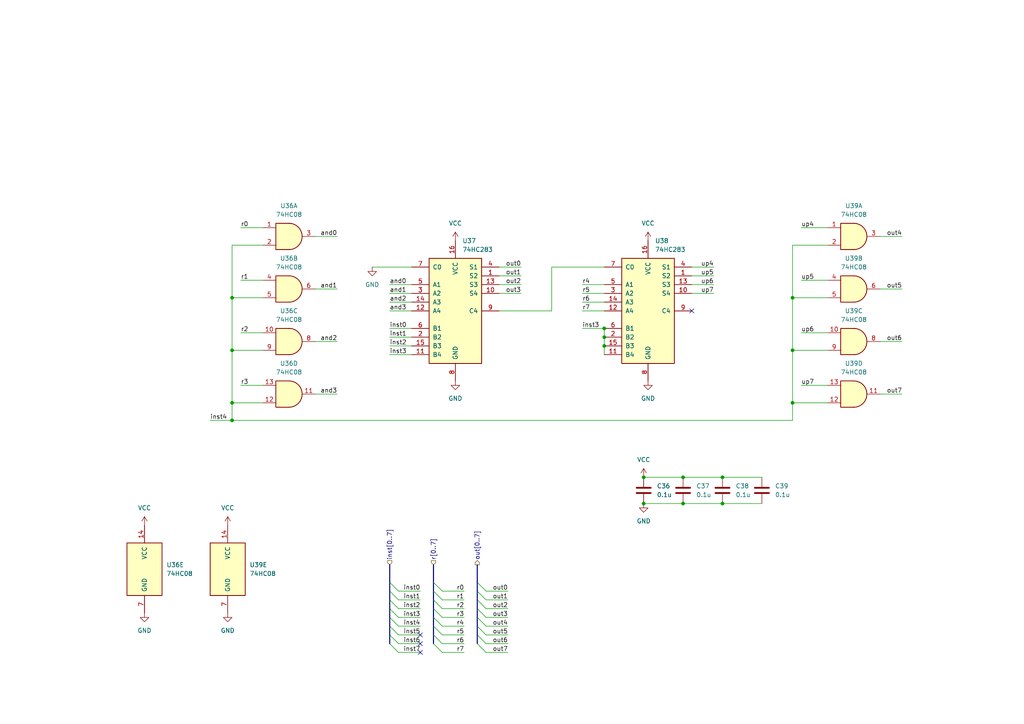
<source format=kicad_sch>
(kicad_sch (version 20211123) (generator eeschema)

  (uuid 4f99a9a9-1d05-4056-ab19-16567dbe3e7f)

  (paper "A4")

  (lib_symbols
    (symbol "74xx:74LS08" (pin_names (offset 1.016)) (in_bom yes) (on_board yes)
      (property "Reference" "U" (id 0) (at 0 1.27 0)
        (effects (font (size 1.27 1.27)))
      )
      (property "Value" "74LS08" (id 1) (at 0 -1.27 0)
        (effects (font (size 1.27 1.27)))
      )
      (property "Footprint" "" (id 2) (at 0 0 0)
        (effects (font (size 1.27 1.27)) hide)
      )
      (property "Datasheet" "http://www.ti.com/lit/gpn/sn74LS08" (id 3) (at 0 0 0)
        (effects (font (size 1.27 1.27)) hide)
      )
      (property "ki_locked" "" (id 4) (at 0 0 0)
        (effects (font (size 1.27 1.27)))
      )
      (property "ki_keywords" "TTL and2" (id 5) (at 0 0 0)
        (effects (font (size 1.27 1.27)) hide)
      )
      (property "ki_description" "Quad And2" (id 6) (at 0 0 0)
        (effects (font (size 1.27 1.27)) hide)
      )
      (property "ki_fp_filters" "DIP*W7.62mm*" (id 7) (at 0 0 0)
        (effects (font (size 1.27 1.27)) hide)
      )
      (symbol "74LS08_1_1"
        (arc (start 0 -3.81) (mid 3.81 0) (end 0 3.81)
          (stroke (width 0.254) (type default) (color 0 0 0 0))
          (fill (type background))
        )
        (polyline
          (pts
            (xy 0 3.81)
            (xy -3.81 3.81)
            (xy -3.81 -3.81)
            (xy 0 -3.81)
          )
          (stroke (width 0.254) (type default) (color 0 0 0 0))
          (fill (type background))
        )
        (pin input line (at -7.62 2.54 0) (length 3.81)
          (name "~" (effects (font (size 1.27 1.27))))
          (number "1" (effects (font (size 1.27 1.27))))
        )
        (pin input line (at -7.62 -2.54 0) (length 3.81)
          (name "~" (effects (font (size 1.27 1.27))))
          (number "2" (effects (font (size 1.27 1.27))))
        )
        (pin output line (at 7.62 0 180) (length 3.81)
          (name "~" (effects (font (size 1.27 1.27))))
          (number "3" (effects (font (size 1.27 1.27))))
        )
      )
      (symbol "74LS08_1_2"
        (arc (start -3.81 -3.81) (mid -2.589 0) (end -3.81 3.81)
          (stroke (width 0.254) (type default) (color 0 0 0 0))
          (fill (type none))
        )
        (arc (start -0.6096 -3.81) (mid 2.1855 -2.584) (end 3.81 0)
          (stroke (width 0.254) (type default) (color 0 0 0 0))
          (fill (type background))
        )
        (polyline
          (pts
            (xy -3.81 -3.81)
            (xy -0.635 -3.81)
          )
          (stroke (width 0.254) (type default) (color 0 0 0 0))
          (fill (type background))
        )
        (polyline
          (pts
            (xy -3.81 3.81)
            (xy -0.635 3.81)
          )
          (stroke (width 0.254) (type default) (color 0 0 0 0))
          (fill (type background))
        )
        (polyline
          (pts
            (xy -0.635 3.81)
            (xy -3.81 3.81)
            (xy -3.81 3.81)
            (xy -3.556 3.4036)
            (xy -3.0226 2.2606)
            (xy -2.6924 1.0414)
            (xy -2.6162 -0.254)
            (xy -2.7686 -1.4986)
            (xy -3.175 -2.7178)
            (xy -3.81 -3.81)
            (xy -3.81 -3.81)
            (xy -0.635 -3.81)
          )
          (stroke (width -25.4) (type default) (color 0 0 0 0))
          (fill (type background))
        )
        (arc (start 3.81 0) (mid 2.1928 2.5925) (end -0.6096 3.81)
          (stroke (width 0.254) (type default) (color 0 0 0 0))
          (fill (type background))
        )
        (pin input inverted (at -7.62 2.54 0) (length 4.318)
          (name "~" (effects (font (size 1.27 1.27))))
          (number "1" (effects (font (size 1.27 1.27))))
        )
        (pin input inverted (at -7.62 -2.54 0) (length 4.318)
          (name "~" (effects (font (size 1.27 1.27))))
          (number "2" (effects (font (size 1.27 1.27))))
        )
        (pin output inverted (at 7.62 0 180) (length 3.81)
          (name "~" (effects (font (size 1.27 1.27))))
          (number "3" (effects (font (size 1.27 1.27))))
        )
      )
      (symbol "74LS08_2_1"
        (arc (start 0 -3.81) (mid 3.81 0) (end 0 3.81)
          (stroke (width 0.254) (type default) (color 0 0 0 0))
          (fill (type background))
        )
        (polyline
          (pts
            (xy 0 3.81)
            (xy -3.81 3.81)
            (xy -3.81 -3.81)
            (xy 0 -3.81)
          )
          (stroke (width 0.254) (type default) (color 0 0 0 0))
          (fill (type background))
        )
        (pin input line (at -7.62 2.54 0) (length 3.81)
          (name "~" (effects (font (size 1.27 1.27))))
          (number "4" (effects (font (size 1.27 1.27))))
        )
        (pin input line (at -7.62 -2.54 0) (length 3.81)
          (name "~" (effects (font (size 1.27 1.27))))
          (number "5" (effects (font (size 1.27 1.27))))
        )
        (pin output line (at 7.62 0 180) (length 3.81)
          (name "~" (effects (font (size 1.27 1.27))))
          (number "6" (effects (font (size 1.27 1.27))))
        )
      )
      (symbol "74LS08_2_2"
        (arc (start -3.81 -3.81) (mid -2.589 0) (end -3.81 3.81)
          (stroke (width 0.254) (type default) (color 0 0 0 0))
          (fill (type none))
        )
        (arc (start -0.6096 -3.81) (mid 2.1855 -2.584) (end 3.81 0)
          (stroke (width 0.254) (type default) (color 0 0 0 0))
          (fill (type background))
        )
        (polyline
          (pts
            (xy -3.81 -3.81)
            (xy -0.635 -3.81)
          )
          (stroke (width 0.254) (type default) (color 0 0 0 0))
          (fill (type background))
        )
        (polyline
          (pts
            (xy -3.81 3.81)
            (xy -0.635 3.81)
          )
          (stroke (width 0.254) (type default) (color 0 0 0 0))
          (fill (type background))
        )
        (polyline
          (pts
            (xy -0.635 3.81)
            (xy -3.81 3.81)
            (xy -3.81 3.81)
            (xy -3.556 3.4036)
            (xy -3.0226 2.2606)
            (xy -2.6924 1.0414)
            (xy -2.6162 -0.254)
            (xy -2.7686 -1.4986)
            (xy -3.175 -2.7178)
            (xy -3.81 -3.81)
            (xy -3.81 -3.81)
            (xy -0.635 -3.81)
          )
          (stroke (width -25.4) (type default) (color 0 0 0 0))
          (fill (type background))
        )
        (arc (start 3.81 0) (mid 2.1928 2.5925) (end -0.6096 3.81)
          (stroke (width 0.254) (type default) (color 0 0 0 0))
          (fill (type background))
        )
        (pin input inverted (at -7.62 2.54 0) (length 4.318)
          (name "~" (effects (font (size 1.27 1.27))))
          (number "4" (effects (font (size 1.27 1.27))))
        )
        (pin input inverted (at -7.62 -2.54 0) (length 4.318)
          (name "~" (effects (font (size 1.27 1.27))))
          (number "5" (effects (font (size 1.27 1.27))))
        )
        (pin output inverted (at 7.62 0 180) (length 3.81)
          (name "~" (effects (font (size 1.27 1.27))))
          (number "6" (effects (font (size 1.27 1.27))))
        )
      )
      (symbol "74LS08_3_1"
        (arc (start 0 -3.81) (mid 3.81 0) (end 0 3.81)
          (stroke (width 0.254) (type default) (color 0 0 0 0))
          (fill (type background))
        )
        (polyline
          (pts
            (xy 0 3.81)
            (xy -3.81 3.81)
            (xy -3.81 -3.81)
            (xy 0 -3.81)
          )
          (stroke (width 0.254) (type default) (color 0 0 0 0))
          (fill (type background))
        )
        (pin input line (at -7.62 -2.54 0) (length 3.81)
          (name "~" (effects (font (size 1.27 1.27))))
          (number "10" (effects (font (size 1.27 1.27))))
        )
        (pin output line (at 7.62 0 180) (length 3.81)
          (name "~" (effects (font (size 1.27 1.27))))
          (number "8" (effects (font (size 1.27 1.27))))
        )
        (pin input line (at -7.62 2.54 0) (length 3.81)
          (name "~" (effects (font (size 1.27 1.27))))
          (number "9" (effects (font (size 1.27 1.27))))
        )
      )
      (symbol "74LS08_3_2"
        (arc (start -3.81 -3.81) (mid -2.589 0) (end -3.81 3.81)
          (stroke (width 0.254) (type default) (color 0 0 0 0))
          (fill (type none))
        )
        (arc (start -0.6096 -3.81) (mid 2.1855 -2.584) (end 3.81 0)
          (stroke (width 0.254) (type default) (color 0 0 0 0))
          (fill (type background))
        )
        (polyline
          (pts
            (xy -3.81 -3.81)
            (xy -0.635 -3.81)
          )
          (stroke (width 0.254) (type default) (color 0 0 0 0))
          (fill (type background))
        )
        (polyline
          (pts
            (xy -3.81 3.81)
            (xy -0.635 3.81)
          )
          (stroke (width 0.254) (type default) (color 0 0 0 0))
          (fill (type background))
        )
        (polyline
          (pts
            (xy -0.635 3.81)
            (xy -3.81 3.81)
            (xy -3.81 3.81)
            (xy -3.556 3.4036)
            (xy -3.0226 2.2606)
            (xy -2.6924 1.0414)
            (xy -2.6162 -0.254)
            (xy -2.7686 -1.4986)
            (xy -3.175 -2.7178)
            (xy -3.81 -3.81)
            (xy -3.81 -3.81)
            (xy -0.635 -3.81)
          )
          (stroke (width -25.4) (type default) (color 0 0 0 0))
          (fill (type background))
        )
        (arc (start 3.81 0) (mid 2.1928 2.5925) (end -0.6096 3.81)
          (stroke (width 0.254) (type default) (color 0 0 0 0))
          (fill (type background))
        )
        (pin input inverted (at -7.62 -2.54 0) (length 4.318)
          (name "~" (effects (font (size 1.27 1.27))))
          (number "10" (effects (font (size 1.27 1.27))))
        )
        (pin output inverted (at 7.62 0 180) (length 3.81)
          (name "~" (effects (font (size 1.27 1.27))))
          (number "8" (effects (font (size 1.27 1.27))))
        )
        (pin input inverted (at -7.62 2.54 0) (length 4.318)
          (name "~" (effects (font (size 1.27 1.27))))
          (number "9" (effects (font (size 1.27 1.27))))
        )
      )
      (symbol "74LS08_4_1"
        (arc (start 0 -3.81) (mid 3.81 0) (end 0 3.81)
          (stroke (width 0.254) (type default) (color 0 0 0 0))
          (fill (type background))
        )
        (polyline
          (pts
            (xy 0 3.81)
            (xy -3.81 3.81)
            (xy -3.81 -3.81)
            (xy 0 -3.81)
          )
          (stroke (width 0.254) (type default) (color 0 0 0 0))
          (fill (type background))
        )
        (pin output line (at 7.62 0 180) (length 3.81)
          (name "~" (effects (font (size 1.27 1.27))))
          (number "11" (effects (font (size 1.27 1.27))))
        )
        (pin input line (at -7.62 2.54 0) (length 3.81)
          (name "~" (effects (font (size 1.27 1.27))))
          (number "12" (effects (font (size 1.27 1.27))))
        )
        (pin input line (at -7.62 -2.54 0) (length 3.81)
          (name "~" (effects (font (size 1.27 1.27))))
          (number "13" (effects (font (size 1.27 1.27))))
        )
      )
      (symbol "74LS08_4_2"
        (arc (start -3.81 -3.81) (mid -2.589 0) (end -3.81 3.81)
          (stroke (width 0.254) (type default) (color 0 0 0 0))
          (fill (type none))
        )
        (arc (start -0.6096 -3.81) (mid 2.1855 -2.584) (end 3.81 0)
          (stroke (width 0.254) (type default) (color 0 0 0 0))
          (fill (type background))
        )
        (polyline
          (pts
            (xy -3.81 -3.81)
            (xy -0.635 -3.81)
          )
          (stroke (width 0.254) (type default) (color 0 0 0 0))
          (fill (type background))
        )
        (polyline
          (pts
            (xy -3.81 3.81)
            (xy -0.635 3.81)
          )
          (stroke (width 0.254) (type default) (color 0 0 0 0))
          (fill (type background))
        )
        (polyline
          (pts
            (xy -0.635 3.81)
            (xy -3.81 3.81)
            (xy -3.81 3.81)
            (xy -3.556 3.4036)
            (xy -3.0226 2.2606)
            (xy -2.6924 1.0414)
            (xy -2.6162 -0.254)
            (xy -2.7686 -1.4986)
            (xy -3.175 -2.7178)
            (xy -3.81 -3.81)
            (xy -3.81 -3.81)
            (xy -0.635 -3.81)
          )
          (stroke (width -25.4) (type default) (color 0 0 0 0))
          (fill (type background))
        )
        (arc (start 3.81 0) (mid 2.1928 2.5925) (end -0.6096 3.81)
          (stroke (width 0.254) (type default) (color 0 0 0 0))
          (fill (type background))
        )
        (pin output inverted (at 7.62 0 180) (length 3.81)
          (name "~" (effects (font (size 1.27 1.27))))
          (number "11" (effects (font (size 1.27 1.27))))
        )
        (pin input inverted (at -7.62 2.54 0) (length 4.318)
          (name "~" (effects (font (size 1.27 1.27))))
          (number "12" (effects (font (size 1.27 1.27))))
        )
        (pin input inverted (at -7.62 -2.54 0) (length 4.318)
          (name "~" (effects (font (size 1.27 1.27))))
          (number "13" (effects (font (size 1.27 1.27))))
        )
      )
      (symbol "74LS08_5_0"
        (pin power_in line (at 0 12.7 270) (length 5.08)
          (name "VCC" (effects (font (size 1.27 1.27))))
          (number "14" (effects (font (size 1.27 1.27))))
        )
        (pin power_in line (at 0 -12.7 90) (length 5.08)
          (name "GND" (effects (font (size 1.27 1.27))))
          (number "7" (effects (font (size 1.27 1.27))))
        )
      )
      (symbol "74LS08_5_1"
        (rectangle (start -5.08 7.62) (end 5.08 -7.62)
          (stroke (width 0.254) (type default) (color 0 0 0 0))
          (fill (type background))
        )
      )
    )
    (symbol "74xx:74LS283" (pin_names (offset 1.016)) (in_bom yes) (on_board yes)
      (property "Reference" "U" (id 0) (at -7.62 16.51 0)
        (effects (font (size 1.27 1.27)))
      )
      (property "Value" "74LS283" (id 1) (at -7.62 -16.51 0)
        (effects (font (size 1.27 1.27)))
      )
      (property "Footprint" "" (id 2) (at 0 0 0)
        (effects (font (size 1.27 1.27)) hide)
      )
      (property "Datasheet" "http://www.ti.com/lit/gpn/sn74LS283" (id 3) (at 0 0 0)
        (effects (font (size 1.27 1.27)) hide)
      )
      (property "ki_locked" "" (id 4) (at 0 0 0)
        (effects (font (size 1.27 1.27)))
      )
      (property "ki_keywords" "TTL ADD Arith ALU" (id 5) (at 0 0 0)
        (effects (font (size 1.27 1.27)) hide)
      )
      (property "ki_description" "4-bit full Adder" (id 6) (at 0 0 0)
        (effects (font (size 1.27 1.27)) hide)
      )
      (property "ki_fp_filters" "DIP?16*" (id 7) (at 0 0 0)
        (effects (font (size 1.27 1.27)) hide)
      )
      (symbol "74LS283_1_0"
        (pin output line (at 12.7 10.16 180) (length 5.08)
          (name "S2" (effects (font (size 1.27 1.27))))
          (number "1" (effects (font (size 1.27 1.27))))
        )
        (pin output line (at 12.7 5.08 180) (length 5.08)
          (name "S4" (effects (font (size 1.27 1.27))))
          (number "10" (effects (font (size 1.27 1.27))))
        )
        (pin input line (at -12.7 -12.7 0) (length 5.08)
          (name "B4" (effects (font (size 1.27 1.27))))
          (number "11" (effects (font (size 1.27 1.27))))
        )
        (pin input line (at -12.7 0 0) (length 5.08)
          (name "A4" (effects (font (size 1.27 1.27))))
          (number "12" (effects (font (size 1.27 1.27))))
        )
        (pin output line (at 12.7 7.62 180) (length 5.08)
          (name "S3" (effects (font (size 1.27 1.27))))
          (number "13" (effects (font (size 1.27 1.27))))
        )
        (pin input line (at -12.7 2.54 0) (length 5.08)
          (name "A3" (effects (font (size 1.27 1.27))))
          (number "14" (effects (font (size 1.27 1.27))))
        )
        (pin input line (at -12.7 -10.16 0) (length 5.08)
          (name "B3" (effects (font (size 1.27 1.27))))
          (number "15" (effects (font (size 1.27 1.27))))
        )
        (pin power_in line (at 0 20.32 270) (length 5.08)
          (name "VCC" (effects (font (size 1.27 1.27))))
          (number "16" (effects (font (size 1.27 1.27))))
        )
        (pin input line (at -12.7 -7.62 0) (length 5.08)
          (name "B2" (effects (font (size 1.27 1.27))))
          (number "2" (effects (font (size 1.27 1.27))))
        )
        (pin input line (at -12.7 5.08 0) (length 5.08)
          (name "A2" (effects (font (size 1.27 1.27))))
          (number "3" (effects (font (size 1.27 1.27))))
        )
        (pin output line (at 12.7 12.7 180) (length 5.08)
          (name "S1" (effects (font (size 1.27 1.27))))
          (number "4" (effects (font (size 1.27 1.27))))
        )
        (pin input line (at -12.7 7.62 0) (length 5.08)
          (name "A1" (effects (font (size 1.27 1.27))))
          (number "5" (effects (font (size 1.27 1.27))))
        )
        (pin input line (at -12.7 -5.08 0) (length 5.08)
          (name "B1" (effects (font (size 1.27 1.27))))
          (number "6" (effects (font (size 1.27 1.27))))
        )
        (pin input line (at -12.7 12.7 0) (length 5.08)
          (name "C0" (effects (font (size 1.27 1.27))))
          (number "7" (effects (font (size 1.27 1.27))))
        )
        (pin power_in line (at 0 -20.32 90) (length 5.08)
          (name "GND" (effects (font (size 1.27 1.27))))
          (number "8" (effects (font (size 1.27 1.27))))
        )
        (pin output line (at 12.7 0 180) (length 5.08)
          (name "C4" (effects (font (size 1.27 1.27))))
          (number "9" (effects (font (size 1.27 1.27))))
        )
      )
      (symbol "74LS283_1_1"
        (rectangle (start -7.62 15.24) (end 7.62 -15.24)
          (stroke (width 0.254) (type default) (color 0 0 0 0))
          (fill (type background))
        )
      )
    )
    (symbol "Device:C" (pin_numbers hide) (pin_names (offset 0.254)) (in_bom yes) (on_board yes)
      (property "Reference" "C" (id 0) (at 0.635 2.54 0)
        (effects (font (size 1.27 1.27)) (justify left))
      )
      (property "Value" "C" (id 1) (at 0.635 -2.54 0)
        (effects (font (size 1.27 1.27)) (justify left))
      )
      (property "Footprint" "" (id 2) (at 0.9652 -3.81 0)
        (effects (font (size 1.27 1.27)) hide)
      )
      (property "Datasheet" "~" (id 3) (at 0 0 0)
        (effects (font (size 1.27 1.27)) hide)
      )
      (property "ki_keywords" "cap capacitor" (id 4) (at 0 0 0)
        (effects (font (size 1.27 1.27)) hide)
      )
      (property "ki_description" "Unpolarized capacitor" (id 5) (at 0 0 0)
        (effects (font (size 1.27 1.27)) hide)
      )
      (property "ki_fp_filters" "C_*" (id 6) (at 0 0 0)
        (effects (font (size 1.27 1.27)) hide)
      )
      (symbol "C_0_1"
        (polyline
          (pts
            (xy -2.032 -0.762)
            (xy 2.032 -0.762)
          )
          (stroke (width 0.508) (type default) (color 0 0 0 0))
          (fill (type none))
        )
        (polyline
          (pts
            (xy -2.032 0.762)
            (xy 2.032 0.762)
          )
          (stroke (width 0.508) (type default) (color 0 0 0 0))
          (fill (type none))
        )
      )
      (symbol "C_1_1"
        (pin passive line (at 0 3.81 270) (length 2.794)
          (name "~" (effects (font (size 1.27 1.27))))
          (number "1" (effects (font (size 1.27 1.27))))
        )
        (pin passive line (at 0 -3.81 90) (length 2.794)
          (name "~" (effects (font (size 1.27 1.27))))
          (number "2" (effects (font (size 1.27 1.27))))
        )
      )
    )
    (symbol "power:GND" (power) (pin_names (offset 0)) (in_bom yes) (on_board yes)
      (property "Reference" "#PWR" (id 0) (at 0 -6.35 0)
        (effects (font (size 1.27 1.27)) hide)
      )
      (property "Value" "GND" (id 1) (at 0 -3.81 0)
        (effects (font (size 1.27 1.27)))
      )
      (property "Footprint" "" (id 2) (at 0 0 0)
        (effects (font (size 1.27 1.27)) hide)
      )
      (property "Datasheet" "" (id 3) (at 0 0 0)
        (effects (font (size 1.27 1.27)) hide)
      )
      (property "ki_keywords" "power-flag" (id 4) (at 0 0 0)
        (effects (font (size 1.27 1.27)) hide)
      )
      (property "ki_description" "Power symbol creates a global label with name \"GND\" , ground" (id 5) (at 0 0 0)
        (effects (font (size 1.27 1.27)) hide)
      )
      (symbol "GND_0_1"
        (polyline
          (pts
            (xy 0 0)
            (xy 0 -1.27)
            (xy 1.27 -1.27)
            (xy 0 -2.54)
            (xy -1.27 -1.27)
            (xy 0 -1.27)
          )
          (stroke (width 0) (type default) (color 0 0 0 0))
          (fill (type none))
        )
      )
      (symbol "GND_1_1"
        (pin power_in line (at 0 0 270) (length 0) hide
          (name "GND" (effects (font (size 1.27 1.27))))
          (number "1" (effects (font (size 1.27 1.27))))
        )
      )
    )
    (symbol "power:VCC" (power) (pin_names (offset 0)) (in_bom yes) (on_board yes)
      (property "Reference" "#PWR" (id 0) (at 0 -3.81 0)
        (effects (font (size 1.27 1.27)) hide)
      )
      (property "Value" "VCC" (id 1) (at 0 3.81 0)
        (effects (font (size 1.27 1.27)))
      )
      (property "Footprint" "" (id 2) (at 0 0 0)
        (effects (font (size 1.27 1.27)) hide)
      )
      (property "Datasheet" "" (id 3) (at 0 0 0)
        (effects (font (size 1.27 1.27)) hide)
      )
      (property "ki_keywords" "power-flag" (id 4) (at 0 0 0)
        (effects (font (size 1.27 1.27)) hide)
      )
      (property "ki_description" "Power symbol creates a global label with name \"VCC\"" (id 5) (at 0 0 0)
        (effects (font (size 1.27 1.27)) hide)
      )
      (symbol "VCC_0_1"
        (polyline
          (pts
            (xy -0.762 1.27)
            (xy 0 2.54)
          )
          (stroke (width 0) (type default) (color 0 0 0 0))
          (fill (type none))
        )
        (polyline
          (pts
            (xy 0 0)
            (xy 0 2.54)
          )
          (stroke (width 0) (type default) (color 0 0 0 0))
          (fill (type none))
        )
        (polyline
          (pts
            (xy 0 2.54)
            (xy 0.762 1.27)
          )
          (stroke (width 0) (type default) (color 0 0 0 0))
          (fill (type none))
        )
      )
      (symbol "VCC_1_1"
        (pin power_in line (at 0 0 90) (length 0) hide
          (name "VCC" (effects (font (size 1.27 1.27))))
          (number "1" (effects (font (size 1.27 1.27))))
        )
      )
    )
  )

  (junction (at 175.26 100.33) (diameter 0) (color 0 0 0 0)
    (uuid 082689e3-d62d-4161-987a-3193b7b6753d)
  )
  (junction (at 209.55 146.05) (diameter 0) (color 0 0 0 0)
    (uuid 2d759d89-820c-4981-b6c4-f9cedd778054)
  )
  (junction (at 67.31 121.92) (diameter 0) (color 0 0 0 0)
    (uuid 2edfaafb-f1bb-44c3-8177-084603031dc8)
  )
  (junction (at 67.31 101.6) (diameter 0) (color 0 0 0 0)
    (uuid 4a0e3e00-946b-4490-822d-91ed02d274f6)
  )
  (junction (at 175.26 95.25) (diameter 0) (color 0 0 0 0)
    (uuid 4fb46d41-f6cc-430c-a792-7eba2d6de6e7)
  )
  (junction (at 229.87 116.84) (diameter 0) (color 0 0 0 0)
    (uuid 503be052-dc98-4497-a416-e12cba676ecd)
  )
  (junction (at 67.31 86.36) (diameter 0) (color 0 0 0 0)
    (uuid 754f678f-ca32-41f7-862e-6d44eff53da6)
  )
  (junction (at 67.31 116.84) (diameter 0) (color 0 0 0 0)
    (uuid 79f0ee2f-5cfc-4ed7-962c-eb739de65cdd)
  )
  (junction (at 229.87 101.6) (diameter 0) (color 0 0 0 0)
    (uuid 80acddad-b884-4683-9634-2ac87789add4)
  )
  (junction (at 209.55 138.43) (diameter 0) (color 0 0 0 0)
    (uuid 9c9f51e1-ad14-4570-ad27-78a1e0061dfe)
  )
  (junction (at 175.26 97.79) (diameter 0) (color 0 0 0 0)
    (uuid a1b422d4-fbde-4108-a1fa-cfd6a27bd2ce)
  )
  (junction (at 186.69 138.43) (diameter 0) (color 0 0 0 0)
    (uuid a8ddf4f1-a668-4eaf-8aca-1e577c246bf3)
  )
  (junction (at 198.12 146.05) (diameter 0) (color 0 0 0 0)
    (uuid c50485da-25c3-448c-b305-381d0d818afe)
  )
  (junction (at 198.12 138.43) (diameter 0) (color 0 0 0 0)
    (uuid d6258f19-0cdb-44f4-9a38-ba0a19076991)
  )
  (junction (at 186.69 146.05) (diameter 0) (color 0 0 0 0)
    (uuid e291148a-d9a5-4d87-bc22-09998c893d95)
  )
  (junction (at 229.87 86.36) (diameter 0) (color 0 0 0 0)
    (uuid fdb7f2a0-742b-45fa-b613-659361fbbf3a)
  )

  (no_connect (at 200.66 90.17) (uuid 2fb9da56-1aed-4bf9-9947-6ec67b299c89))
  (no_connect (at 121.92 189.23) (uuid 4d919db0-c9fa-4c59-81b5-54d61afcbc24))
  (no_connect (at 121.92 184.15) (uuid 8cffd005-7edd-40c8-b9f1-b2c5c7dbcb82))
  (no_connect (at 121.92 186.69) (uuid 8ed51e30-4eb9-49f5-8322-d8f0b143b70e))

  (bus_entry (at 125.73 173.99) (size 2.54 2.54)
    (stroke (width 0) (type default) (color 0 0 0 0))
    (uuid 2859d50d-26bf-4402-8e49-37638f65cfc1)
  )
  (bus_entry (at 138.43 171.45) (size 2.54 2.54)
    (stroke (width 0) (type default) (color 0 0 0 0))
    (uuid 2b875d50-23fd-42b5-bb8b-4761e92d0d36)
  )
  (bus_entry (at 125.73 181.61) (size 2.54 2.54)
    (stroke (width 0) (type default) (color 0 0 0 0))
    (uuid 3d72c3e5-94e9-4323-a36c-e970ad8db3eb)
  )
  (bus_entry (at 113.03 168.91) (size 2.54 2.54)
    (stroke (width 0) (type default) (color 0 0 0 0))
    (uuid 42c11837-9acf-4eea-b420-3dbccfcc852b)
  )
  (bus_entry (at 125.73 186.69) (size 2.54 2.54)
    (stroke (width 0) (type default) (color 0 0 0 0))
    (uuid 5cb167f2-0db0-4cb1-87e4-94e5d2e4ec0c)
  )
  (bus_entry (at 138.43 179.07) (size 2.54 2.54)
    (stroke (width 0) (type default) (color 0 0 0 0))
    (uuid 69e4a3f2-f7bf-4149-a42a-8fbb58735322)
  )
  (bus_entry (at 138.43 173.99) (size 2.54 2.54)
    (stroke (width 0) (type default) (color 0 0 0 0))
    (uuid 8087864d-99ed-4c70-b616-bb2f9f1f435a)
  )
  (bus_entry (at 113.03 186.69) (size 2.54 2.54)
    (stroke (width 0) (type default) (color 0 0 0 0))
    (uuid 829587c0-93d3-4d33-bae3-f8903834871d)
  )
  (bus_entry (at 125.73 176.53) (size 2.54 2.54)
    (stroke (width 0) (type default) (color 0 0 0 0))
    (uuid 84146301-7b20-42de-ac3c-782c895710c3)
  )
  (bus_entry (at 125.73 179.07) (size 2.54 2.54)
    (stroke (width 0) (type default) (color 0 0 0 0))
    (uuid 8b358c41-6000-4b1d-8fdc-4c74961ac389)
  )
  (bus_entry (at 113.03 179.07) (size 2.54 2.54)
    (stroke (width 0) (type default) (color 0 0 0 0))
    (uuid 8d282b87-f8a0-4410-84e6-cb0e20b5f9d5)
  )
  (bus_entry (at 113.03 184.15) (size 2.54 2.54)
    (stroke (width 0) (type default) (color 0 0 0 0))
    (uuid a9668fd1-3a68-4478-a521-98b4a7fdc558)
  )
  (bus_entry (at 138.43 186.69) (size 2.54 2.54)
    (stroke (width 0) (type default) (color 0 0 0 0))
    (uuid bce2e03a-2f41-48de-9a8b-97f384430488)
  )
  (bus_entry (at 125.73 184.15) (size 2.54 2.54)
    (stroke (width 0) (type default) (color 0 0 0 0))
    (uuid c51bacd3-3507-4e86-a016-3f4d6c147c25)
  )
  (bus_entry (at 113.03 171.45) (size 2.54 2.54)
    (stroke (width 0) (type default) (color 0 0 0 0))
    (uuid ca7bddeb-fe5d-4c03-9b69-71579de3c19b)
  )
  (bus_entry (at 138.43 184.15) (size 2.54 2.54)
    (stroke (width 0) (type default) (color 0 0 0 0))
    (uuid d0828495-72bc-441a-b64e-d806671995b8)
  )
  (bus_entry (at 125.73 168.91) (size 2.54 2.54)
    (stroke (width 0) (type default) (color 0 0 0 0))
    (uuid d6e240cf-739c-4e26-a273-3d87243af679)
  )
  (bus_entry (at 138.43 181.61) (size 2.54 2.54)
    (stroke (width 0) (type default) (color 0 0 0 0))
    (uuid d8c61e66-88be-4d8c-93a5-b7b80000c8ea)
  )
  (bus_entry (at 138.43 168.91) (size 2.54 2.54)
    (stroke (width 0) (type default) (color 0 0 0 0))
    (uuid e2552a04-df64-49e5-8317-ea20f5d69d46)
  )
  (bus_entry (at 125.73 171.45) (size 2.54 2.54)
    (stroke (width 0) (type default) (color 0 0 0 0))
    (uuid e28f057a-11fd-4cb1-a98d-730ca54b9b60)
  )
  (bus_entry (at 113.03 176.53) (size 2.54 2.54)
    (stroke (width 0) (type default) (color 0 0 0 0))
    (uuid e82beee5-4d0d-4812-b774-c7c3844e3089)
  )
  (bus_entry (at 113.03 181.61) (size 2.54 2.54)
    (stroke (width 0) (type default) (color 0 0 0 0))
    (uuid f28cd79a-f0c6-4269-9b26-29b2f8495b9a)
  )
  (bus_entry (at 113.03 173.99) (size 2.54 2.54)
    (stroke (width 0) (type default) (color 0 0 0 0))
    (uuid f8768f83-6c4e-49a4-a22e-d2fbc6562a99)
  )
  (bus_entry (at 138.43 176.53) (size 2.54 2.54)
    (stroke (width 0) (type default) (color 0 0 0 0))
    (uuid f94f9d39-e0df-4876-be55-96402fb5fd40)
  )

  (wire (pts (xy 229.87 116.84) (xy 240.03 116.84))
    (stroke (width 0) (type default) (color 0 0 0 0))
    (uuid 00c3ec5c-bd2d-4d39-9442-ac3a8905ea8f)
  )
  (wire (pts (xy 200.66 77.47) (xy 207.01 77.47))
    (stroke (width 0) (type default) (color 0 0 0 0))
    (uuid 01644dfc-c1fd-47ac-ade1-7b9cb9695b49)
  )
  (wire (pts (xy 168.91 95.25) (xy 175.26 95.25))
    (stroke (width 0) (type default) (color 0 0 0 0))
    (uuid 01f449f5-ecf3-49ed-86af-680591357f5a)
  )
  (wire (pts (xy 255.27 99.06) (xy 261.62 99.06))
    (stroke (width 0) (type default) (color 0 0 0 0))
    (uuid 04a12b95-facf-498e-ba0c-925c85168a12)
  )
  (wire (pts (xy 186.69 138.43) (xy 198.12 138.43))
    (stroke (width 0) (type default) (color 0 0 0 0))
    (uuid 04bef206-09b2-4105-942e-c421b4d244ed)
  )
  (wire (pts (xy 91.44 68.58) (xy 97.79 68.58))
    (stroke (width 0) (type default) (color 0 0 0 0))
    (uuid 07e3bc8c-3b2a-4af6-b228-e2e97532730c)
  )
  (wire (pts (xy 232.41 81.28) (xy 240.03 81.28))
    (stroke (width 0) (type default) (color 0 0 0 0))
    (uuid 097d1bf5-8f92-48ed-b3b8-343c838cac98)
  )
  (wire (pts (xy 144.78 85.09) (xy 151.13 85.09))
    (stroke (width 0) (type default) (color 0 0 0 0))
    (uuid 09b34f50-f1f6-4aa5-bab0-0cfb873b0f1a)
  )
  (wire (pts (xy 115.57 171.45) (xy 121.92 171.45))
    (stroke (width 0) (type default) (color 0 0 0 0))
    (uuid 09b5fe10-c875-4234-a3f8-3f8d5106b334)
  )
  (bus (pts (xy 113.03 179.07) (xy 113.03 181.61))
    (stroke (width 0) (type default) (color 0 0 0 0))
    (uuid 0e0999d6-85d5-42ac-8c99-5506c2002245)
  )
  (bus (pts (xy 113.03 184.15) (xy 113.03 186.69))
    (stroke (width 0) (type default) (color 0 0 0 0))
    (uuid 144b23b6-48d7-40e9-89a4-7bc3980e7f01)
  )

  (wire (pts (xy 186.69 146.05) (xy 198.12 146.05))
    (stroke (width 0) (type default) (color 0 0 0 0))
    (uuid 1abed8a7-6246-437c-83fa-862698d7313b)
  )
  (wire (pts (xy 229.87 86.36) (xy 229.87 101.6))
    (stroke (width 0) (type default) (color 0 0 0 0))
    (uuid 1ac7c957-53a9-4d8b-9c66-7c85b2258835)
  )
  (bus (pts (xy 125.73 163.83) (xy 125.73 168.91))
    (stroke (width 0) (type default) (color 0 0 0 0))
    (uuid 1c13716c-c9f1-4f4c-be9f-b0f74c05b64a)
  )

  (wire (pts (xy 140.97 186.69) (xy 147.32 186.69))
    (stroke (width 0) (type default) (color 0 0 0 0))
    (uuid 1cc14920-c732-457e-8ae4-1915294c10fa)
  )
  (wire (pts (xy 115.57 179.07) (xy 121.92 179.07))
    (stroke (width 0) (type default) (color 0 0 0 0))
    (uuid 1f271a5a-b274-4fd5-9a4d-083778b9d938)
  )
  (wire (pts (xy 67.31 71.12) (xy 76.2 71.12))
    (stroke (width 0) (type default) (color 0 0 0 0))
    (uuid 2125a2a4-7f4c-49f7-aaca-cb0fe6e484ca)
  )
  (wire (pts (xy 113.03 90.17) (xy 119.38 90.17))
    (stroke (width 0) (type default) (color 0 0 0 0))
    (uuid 233b9c23-7ba9-4e15-8a70-3061337b2a50)
  )
  (wire (pts (xy 115.57 181.61) (xy 121.92 181.61))
    (stroke (width 0) (type default) (color 0 0 0 0))
    (uuid 24c6926c-68c6-4bc7-8d1c-59a7995dfa70)
  )
  (bus (pts (xy 125.73 184.15) (xy 125.73 186.69))
    (stroke (width 0) (type default) (color 0 0 0 0))
    (uuid 2703122c-5c3e-4101-ad08-2ae872bd1370)
  )

  (wire (pts (xy 198.12 138.43) (xy 209.55 138.43))
    (stroke (width 0) (type default) (color 0 0 0 0))
    (uuid 27274f40-0fcd-4952-a733-f2135a64263c)
  )
  (wire (pts (xy 229.87 71.12) (xy 240.03 71.12))
    (stroke (width 0) (type default) (color 0 0 0 0))
    (uuid 2acb3d01-343f-4702-9c40-74563346b56d)
  )
  (bus (pts (xy 138.43 168.91) (xy 138.43 171.45))
    (stroke (width 0) (type default) (color 0 0 0 0))
    (uuid 2f29aa4b-94cf-493c-a13b-120e2255d2b9)
  )

  (wire (pts (xy 144.78 82.55) (xy 151.13 82.55))
    (stroke (width 0) (type default) (color 0 0 0 0))
    (uuid 2f612c4d-9cad-4d7b-bffa-4dd2653aaa8e)
  )
  (wire (pts (xy 113.03 102.87) (xy 119.38 102.87))
    (stroke (width 0) (type default) (color 0 0 0 0))
    (uuid 2fe2ad92-3f4f-4a7c-bfbe-b50d49c35634)
  )
  (wire (pts (xy 67.31 101.6) (xy 76.2 101.6))
    (stroke (width 0) (type default) (color 0 0 0 0))
    (uuid 33d8d9ad-aaef-46a6-96a2-445affa5af88)
  )
  (bus (pts (xy 138.43 181.61) (xy 138.43 184.15))
    (stroke (width 0) (type default) (color 0 0 0 0))
    (uuid 353f192b-6e9c-4024-89ce-0e2042a61ad2)
  )

  (wire (pts (xy 229.87 86.36) (xy 240.03 86.36))
    (stroke (width 0) (type default) (color 0 0 0 0))
    (uuid 36f85679-a13a-4486-8d8d-0b7a1fbe4338)
  )
  (wire (pts (xy 113.03 82.55) (xy 119.38 82.55))
    (stroke (width 0) (type default) (color 0 0 0 0))
    (uuid 373e4582-0353-4a2c-bb56-ed324e73286d)
  )
  (wire (pts (xy 69.85 66.04) (xy 76.2 66.04))
    (stroke (width 0) (type default) (color 0 0 0 0))
    (uuid 405a1dc9-e6f6-4e63-bdc6-d8a3aa166c21)
  )
  (bus (pts (xy 113.03 176.53) (xy 113.03 179.07))
    (stroke (width 0) (type default) (color 0 0 0 0))
    (uuid 4074de59-6d59-415d-b0e1-40f3f013ae2c)
  )

  (wire (pts (xy 229.87 101.6) (xy 240.03 101.6))
    (stroke (width 0) (type default) (color 0 0 0 0))
    (uuid 44f581d6-cb77-4316-be72-0b309675c118)
  )
  (bus (pts (xy 138.43 179.07) (xy 138.43 181.61))
    (stroke (width 0) (type default) (color 0 0 0 0))
    (uuid 475940ed-2b1b-47d5-985b-c5c7deb35e59)
  )

  (wire (pts (xy 209.55 146.05) (xy 220.98 146.05))
    (stroke (width 0) (type default) (color 0 0 0 0))
    (uuid 4879d8b7-0969-44ce-95a6-914b45b3eb02)
  )
  (bus (pts (xy 113.03 173.99) (xy 113.03 176.53))
    (stroke (width 0) (type default) (color 0 0 0 0))
    (uuid 48e6fef5-4ea8-44c3-8408-db7507644bf3)
  )

  (wire (pts (xy 229.87 71.12) (xy 229.87 86.36))
    (stroke (width 0) (type default) (color 0 0 0 0))
    (uuid 4b3e952d-db2d-4b96-a8d2-4fcbac5e7e1f)
  )
  (bus (pts (xy 125.73 176.53) (xy 125.73 179.07))
    (stroke (width 0) (type default) (color 0 0 0 0))
    (uuid 4c2737b0-e9e2-4de1-9f86-13f042d757ec)
  )

  (wire (pts (xy 128.27 179.07) (xy 134.62 179.07))
    (stroke (width 0) (type default) (color 0 0 0 0))
    (uuid 4ec765f5-162a-46c1-9459-19be4de548a0)
  )
  (bus (pts (xy 138.43 184.15) (xy 138.43 186.69))
    (stroke (width 0) (type default) (color 0 0 0 0))
    (uuid 504198ad-c2a2-484a-839c-0d33e17ae2d0)
  )

  (wire (pts (xy 255.27 68.58) (xy 261.62 68.58))
    (stroke (width 0) (type default) (color 0 0 0 0))
    (uuid 5857b22b-7443-403a-b660-bf333f4151b1)
  )
  (bus (pts (xy 125.73 171.45) (xy 125.73 173.99))
    (stroke (width 0) (type default) (color 0 0 0 0))
    (uuid 5ac181d0-51b5-4e4c-9b61-8fa4bafe65f8)
  )

  (wire (pts (xy 107.95 77.47) (xy 119.38 77.47))
    (stroke (width 0) (type default) (color 0 0 0 0))
    (uuid 5acaa275-5503-4d03-a92a-002475053c40)
  )
  (wire (pts (xy 115.57 186.69) (xy 121.92 186.69))
    (stroke (width 0) (type default) (color 0 0 0 0))
    (uuid 5c263dd3-16f7-4472-b89d-626e1a73ff17)
  )
  (bus (pts (xy 125.73 181.61) (xy 125.73 184.15))
    (stroke (width 0) (type default) (color 0 0 0 0))
    (uuid 5da5ee26-719d-4e8e-935f-1408cbbb4bfe)
  )

  (wire (pts (xy 67.31 101.6) (xy 67.31 116.84))
    (stroke (width 0) (type default) (color 0 0 0 0))
    (uuid 5e457332-5038-413f-bbed-abaf93a74db2)
  )
  (wire (pts (xy 168.91 85.09) (xy 175.26 85.09))
    (stroke (width 0) (type default) (color 0 0 0 0))
    (uuid 5e8fccee-0385-4d9f-be00-2cbd8e00ac9e)
  )
  (wire (pts (xy 229.87 101.6) (xy 229.87 116.84))
    (stroke (width 0) (type default) (color 0 0 0 0))
    (uuid 607a5eee-ebac-4d15-b7c5-2d46ddc27735)
  )
  (wire (pts (xy 200.66 82.55) (xy 207.01 82.55))
    (stroke (width 0) (type default) (color 0 0 0 0))
    (uuid 6379d42a-cc74-42f5-87c9-f6ac987b0fa1)
  )
  (wire (pts (xy 144.78 77.47) (xy 151.13 77.47))
    (stroke (width 0) (type default) (color 0 0 0 0))
    (uuid 63a89eaa-2e48-49e7-ae7a-dba458842a45)
  )
  (wire (pts (xy 91.44 114.3) (xy 97.79 114.3))
    (stroke (width 0) (type default) (color 0 0 0 0))
    (uuid 676dec60-2741-42f2-b042-4ecbaa43e415)
  )
  (wire (pts (xy 200.66 85.09) (xy 207.01 85.09))
    (stroke (width 0) (type default) (color 0 0 0 0))
    (uuid 6eef243c-01a0-403a-9988-77bda6a63b42)
  )
  (wire (pts (xy 144.78 80.01) (xy 151.13 80.01))
    (stroke (width 0) (type default) (color 0 0 0 0))
    (uuid 740571f0-270a-4127-bc78-e032343a6328)
  )
  (bus (pts (xy 138.43 171.45) (xy 138.43 173.99))
    (stroke (width 0) (type default) (color 0 0 0 0))
    (uuid 76d949fd-8ac6-4fa4-885f-62a374c902db)
  )
  (bus (pts (xy 138.43 173.99) (xy 138.43 176.53))
    (stroke (width 0) (type default) (color 0 0 0 0))
    (uuid 7a476e07-b676-4e53-9efe-5880438eb5eb)
  )

  (wire (pts (xy 232.41 111.76) (xy 240.03 111.76))
    (stroke (width 0) (type default) (color 0 0 0 0))
    (uuid 7bc2ddb9-4dbc-4e94-b3bf-787655b62699)
  )
  (wire (pts (xy 67.31 71.12) (xy 67.31 86.36))
    (stroke (width 0) (type default) (color 0 0 0 0))
    (uuid 7c5d1ab8-8139-412d-ab01-d576fa76cb8d)
  )
  (wire (pts (xy 198.12 146.05) (xy 209.55 146.05))
    (stroke (width 0) (type default) (color 0 0 0 0))
    (uuid 7f98ed6d-7097-40c7-b2c2-a17238aa00de)
  )
  (wire (pts (xy 60.96 121.92) (xy 67.31 121.92))
    (stroke (width 0) (type default) (color 0 0 0 0))
    (uuid 811d9c41-1c03-4788-bb34-148b25653af6)
  )
  (wire (pts (xy 140.97 189.23) (xy 147.32 189.23))
    (stroke (width 0) (type default) (color 0 0 0 0))
    (uuid 847e3206-33e1-4d31-a00b-f3ed5a90f199)
  )
  (bus (pts (xy 125.73 173.99) (xy 125.73 176.53))
    (stroke (width 0) (type default) (color 0 0 0 0))
    (uuid 850118e9-c7f2-4f8f-bafd-642a3a8f5955)
  )

  (wire (pts (xy 128.27 171.45) (xy 134.62 171.45))
    (stroke (width 0) (type default) (color 0 0 0 0))
    (uuid 86bd1a2d-b13a-4415-bf14-303eff3acf28)
  )
  (wire (pts (xy 209.55 138.43) (xy 220.98 138.43))
    (stroke (width 0) (type default) (color 0 0 0 0))
    (uuid 872ae34a-c691-4c62-aa47-08046001ab6f)
  )
  (bus (pts (xy 125.73 179.07) (xy 125.73 181.61))
    (stroke (width 0) (type default) (color 0 0 0 0))
    (uuid 88592499-b64e-492f-91c3-78b5387984a0)
  )
  (bus (pts (xy 113.03 181.61) (xy 113.03 184.15))
    (stroke (width 0) (type default) (color 0 0 0 0))
    (uuid 88b9de0c-ed5c-4766-b569-d6620061388b)
  )

  (wire (pts (xy 69.85 111.76) (xy 76.2 111.76))
    (stroke (width 0) (type default) (color 0 0 0 0))
    (uuid 8a62497c-5144-44a5-ac42-bd4e674f7153)
  )
  (wire (pts (xy 175.26 97.79) (xy 175.26 100.33))
    (stroke (width 0) (type default) (color 0 0 0 0))
    (uuid 8d11b7b2-839b-4438-b455-61a1447a5a13)
  )
  (wire (pts (xy 115.57 189.23) (xy 121.92 189.23))
    (stroke (width 0) (type default) (color 0 0 0 0))
    (uuid 8d8b35b4-3530-4d33-af95-a57497133a7a)
  )
  (bus (pts (xy 113.03 163.83) (xy 113.03 168.91))
    (stroke (width 0) (type default) (color 0 0 0 0))
    (uuid 8ef00909-a54f-4e9f-b3bd-1119bb074aac)
  )

  (wire (pts (xy 140.97 176.53) (xy 147.32 176.53))
    (stroke (width 0) (type default) (color 0 0 0 0))
    (uuid 8f095e68-f237-47af-ae6f-fd0c5a67b5d0)
  )
  (wire (pts (xy 69.85 96.52) (xy 76.2 96.52))
    (stroke (width 0) (type default) (color 0 0 0 0))
    (uuid 8fdd6380-8e9b-43a5-bb75-ec5e0e444393)
  )
  (wire (pts (xy 175.26 100.33) (xy 175.26 102.87))
    (stroke (width 0) (type default) (color 0 0 0 0))
    (uuid 96b3bac1-e690-490f-b7cf-a3fc7b3955ab)
  )
  (wire (pts (xy 128.27 184.15) (xy 134.62 184.15))
    (stroke (width 0) (type default) (color 0 0 0 0))
    (uuid 982259db-325d-4a38-af90-64301313993a)
  )
  (wire (pts (xy 91.44 83.82) (xy 97.79 83.82))
    (stroke (width 0) (type default) (color 0 0 0 0))
    (uuid 983c9aba-68ab-4f53-b555-e83155fad66b)
  )
  (wire (pts (xy 140.97 171.45) (xy 147.32 171.45))
    (stroke (width 0) (type default) (color 0 0 0 0))
    (uuid 9846541b-1743-474c-8338-1a45c5589993)
  )
  (wire (pts (xy 128.27 186.69) (xy 134.62 186.69))
    (stroke (width 0) (type default) (color 0 0 0 0))
    (uuid 9855fb91-b386-4e03-9469-88ee08df958d)
  )
  (wire (pts (xy 168.91 82.55) (xy 175.26 82.55))
    (stroke (width 0) (type default) (color 0 0 0 0))
    (uuid 9a3429bd-c79f-46a5-8cb8-e7e72939edc0)
  )
  (bus (pts (xy 138.43 176.53) (xy 138.43 179.07))
    (stroke (width 0) (type default) (color 0 0 0 0))
    (uuid 9e336bcf-48bd-4e0f-bcfa-36f077957b3c)
  )

  (wire (pts (xy 113.03 87.63) (xy 119.38 87.63))
    (stroke (width 0) (type default) (color 0 0 0 0))
    (uuid a218ca4f-dfcf-40fb-877b-ff47464eac8e)
  )
  (wire (pts (xy 67.31 86.36) (xy 76.2 86.36))
    (stroke (width 0) (type default) (color 0 0 0 0))
    (uuid a3937906-1a28-4ee7-b2d8-678c276a2e80)
  )
  (wire (pts (xy 232.41 66.04) (xy 240.03 66.04))
    (stroke (width 0) (type default) (color 0 0 0 0))
    (uuid aa6922d8-a9da-4318-ae2e-161cd9d0fa38)
  )
  (wire (pts (xy 91.44 99.06) (xy 97.79 99.06))
    (stroke (width 0) (type default) (color 0 0 0 0))
    (uuid aab317b9-bdb7-4676-bcb3-9bc632ae2ad7)
  )
  (bus (pts (xy 113.03 168.91) (xy 113.03 171.45))
    (stroke (width 0) (type default) (color 0 0 0 0))
    (uuid ad2ae73a-8452-4133-bdcc-b4832321c90e)
  )

  (wire (pts (xy 232.41 96.52) (xy 240.03 96.52))
    (stroke (width 0) (type default) (color 0 0 0 0))
    (uuid b22ea05d-1e1e-4d2e-8a5a-b0bd00a6be70)
  )
  (wire (pts (xy 113.03 85.09) (xy 119.38 85.09))
    (stroke (width 0) (type default) (color 0 0 0 0))
    (uuid b264ef59-72d4-432b-b4d3-f9c9956f9531)
  )
  (wire (pts (xy 67.31 116.84) (xy 76.2 116.84))
    (stroke (width 0) (type default) (color 0 0 0 0))
    (uuid b4b5730b-e2e5-4766-b3cb-a43689c3c94d)
  )
  (wire (pts (xy 160.02 90.17) (xy 160.02 77.47))
    (stroke (width 0) (type default) (color 0 0 0 0))
    (uuid b9984b6d-8b3f-48f5-a5a1-f7297bbbc4c7)
  )
  (bus (pts (xy 113.03 171.45) (xy 113.03 173.99))
    (stroke (width 0) (type default) (color 0 0 0 0))
    (uuid bbacd16f-65f4-4f96-b4ed-516151a1f9cb)
  )

  (wire (pts (xy 160.02 77.47) (xy 175.26 77.47))
    (stroke (width 0) (type default) (color 0 0 0 0))
    (uuid bbcf2251-5e75-4b4d-8e64-23d72a84c5b4)
  )
  (wire (pts (xy 67.31 86.36) (xy 67.31 101.6))
    (stroke (width 0) (type default) (color 0 0 0 0))
    (uuid be69931b-5c65-4e30-87c5-915d59db0621)
  )
  (wire (pts (xy 115.57 173.99) (xy 121.92 173.99))
    (stroke (width 0) (type default) (color 0 0 0 0))
    (uuid c142c3eb-d9fc-48e9-8fe3-9d9c11cf3ea4)
  )
  (wire (pts (xy 128.27 176.53) (xy 134.62 176.53))
    (stroke (width 0) (type default) (color 0 0 0 0))
    (uuid c1cc223b-d35e-43eb-bbee-e68ceb015d40)
  )
  (wire (pts (xy 200.66 80.01) (xy 207.01 80.01))
    (stroke (width 0) (type default) (color 0 0 0 0))
    (uuid c749857e-0705-457f-9aff-dea689632ddd)
  )
  (bus (pts (xy 125.73 168.91) (xy 125.73 171.45))
    (stroke (width 0) (type default) (color 0 0 0 0))
    (uuid ce4ccddc-3df7-4c0a-9975-3e4493725418)
  )

  (wire (pts (xy 69.85 81.28) (xy 76.2 81.28))
    (stroke (width 0) (type default) (color 0 0 0 0))
    (uuid ce9c4a3c-d384-49bf-9d19-ae7f9112c5be)
  )
  (bus (pts (xy 138.43 163.83) (xy 138.43 168.91))
    (stroke (width 0) (type default) (color 0 0 0 0))
    (uuid d5400052-0d17-4038-83f8-f70fc62fa035)
  )

  (wire (pts (xy 128.27 173.99) (xy 134.62 173.99))
    (stroke (width 0) (type default) (color 0 0 0 0))
    (uuid d6560e6b-0feb-4eb3-99f3-389d8425fe8f)
  )
  (wire (pts (xy 255.27 114.3) (xy 261.62 114.3))
    (stroke (width 0) (type default) (color 0 0 0 0))
    (uuid d6576944-b92c-42c9-8737-d38c872a03c0)
  )
  (wire (pts (xy 140.97 179.07) (xy 147.32 179.07))
    (stroke (width 0) (type default) (color 0 0 0 0))
    (uuid d8cffd3a-1bec-4d35-b302-c3191614950b)
  )
  (wire (pts (xy 140.97 181.61) (xy 147.32 181.61))
    (stroke (width 0) (type default) (color 0 0 0 0))
    (uuid da53d3a8-4c3b-40aa-ac52-44d70aa086e1)
  )
  (wire (pts (xy 140.97 184.15) (xy 147.32 184.15))
    (stroke (width 0) (type default) (color 0 0 0 0))
    (uuid dc10d7aa-a677-409f-8eaf-197b75ea490f)
  )
  (wire (pts (xy 229.87 116.84) (xy 229.87 121.92))
    (stroke (width 0) (type default) (color 0 0 0 0))
    (uuid de7a9d32-83d5-41b3-8fff-6c0d05b2a3f9)
  )
  (wire (pts (xy 67.31 121.92) (xy 67.31 116.84))
    (stroke (width 0) (type default) (color 0 0 0 0))
    (uuid e297499c-565c-4700-ba8f-25edc7270344)
  )
  (wire (pts (xy 144.78 90.17) (xy 160.02 90.17))
    (stroke (width 0) (type default) (color 0 0 0 0))
    (uuid e7fd50ac-562b-4871-aef0-f4c2fde7d16b)
  )
  (wire (pts (xy 113.03 97.79) (xy 119.38 97.79))
    (stroke (width 0) (type default) (color 0 0 0 0))
    (uuid ec0830d6-4c72-40bc-8d2e-7af3d6f9cf3b)
  )
  (wire (pts (xy 168.91 87.63) (xy 175.26 87.63))
    (stroke (width 0) (type default) (color 0 0 0 0))
    (uuid edc96afe-7b4d-45c0-bdc2-fed68d7c861a)
  )
  (wire (pts (xy 140.97 173.99) (xy 147.32 173.99))
    (stroke (width 0) (type default) (color 0 0 0 0))
    (uuid ef010587-a5d6-4b35-82a1-5c46237af8a6)
  )
  (wire (pts (xy 175.26 95.25) (xy 175.26 97.79))
    (stroke (width 0) (type default) (color 0 0 0 0))
    (uuid f1734d6e-6b40-4cb4-a56b-36384fc94d09)
  )
  (wire (pts (xy 115.57 176.53) (xy 121.92 176.53))
    (stroke (width 0) (type default) (color 0 0 0 0))
    (uuid f1c76830-dfa5-492e-a922-2e5ac399d594)
  )
  (wire (pts (xy 113.03 100.33) (xy 119.38 100.33))
    (stroke (width 0) (type default) (color 0 0 0 0))
    (uuid f2a6e333-4b8d-43d7-90d6-3ac48458a3c9)
  )
  (wire (pts (xy 128.27 189.23) (xy 134.62 189.23))
    (stroke (width 0) (type default) (color 0 0 0 0))
    (uuid f30e3f2e-6f6f-45f9-b19e-bb64a14bbf98)
  )
  (wire (pts (xy 229.87 121.92) (xy 67.31 121.92))
    (stroke (width 0) (type default) (color 0 0 0 0))
    (uuid f93ffce6-114b-4443-951b-ad76b7f26be6)
  )
  (wire (pts (xy 255.27 83.82) (xy 261.62 83.82))
    (stroke (width 0) (type default) (color 0 0 0 0))
    (uuid fabf9c96-12fa-4783-9370-0b34b0d33129)
  )
  (wire (pts (xy 168.91 90.17) (xy 175.26 90.17))
    (stroke (width 0) (type default) (color 0 0 0 0))
    (uuid fc8de208-1c07-478f-8604-f209a5474bda)
  )
  (wire (pts (xy 128.27 181.61) (xy 134.62 181.61))
    (stroke (width 0) (type default) (color 0 0 0 0))
    (uuid fdc6cb95-abe0-4d2d-b35d-fcc623797ac1)
  )
  (wire (pts (xy 115.57 184.15) (xy 121.92 184.15))
    (stroke (width 0) (type default) (color 0 0 0 0))
    (uuid feba4e1c-66c1-41da-b6f5-2f40c9234229)
  )
  (wire (pts (xy 113.03 95.25) (xy 119.38 95.25))
    (stroke (width 0) (type default) (color 0 0 0 0))
    (uuid ff171414-b359-42bf-ac11-d164ab64f27a)
  )

  (label "inst2" (at 121.92 176.53 180)
    (effects (font (size 1.27 1.27)) (justify right bottom))
    (uuid 07190fbe-f821-4527-9dd7-3208acdef573)
  )
  (label "r0" (at 69.85 66.04 0)
    (effects (font (size 1.27 1.27)) (justify left bottom))
    (uuid 107f509f-386e-4cb2-8e44-8dfa2603e75a)
  )
  (label "inst0" (at 113.03 95.25 0)
    (effects (font (size 1.27 1.27)) (justify left bottom))
    (uuid 10e53c7d-924a-4a1a-848b-7302a415c1ba)
  )
  (label "inst7" (at 121.92 189.23 180)
    (effects (font (size 1.27 1.27)) (justify right bottom))
    (uuid 17e7f38d-0c03-4329-a1ed-27bc5c091e4b)
  )
  (label "r6" (at 134.62 186.69 180)
    (effects (font (size 1.27 1.27)) (justify right bottom))
    (uuid 193753fb-5a34-4af2-a0b4-5ca508a42495)
  )
  (label "inst3" (at 113.03 102.87 0)
    (effects (font (size 1.27 1.27)) (justify left bottom))
    (uuid 198557ca-b196-440c-81e7-9a4d57f791e1)
  )
  (label "out3" (at 147.32 179.07 180)
    (effects (font (size 1.27 1.27)) (justify right bottom))
    (uuid 1dae63d0-9b1c-4ba5-b09c-6c8f43dd5f92)
  )
  (label "inst5" (at 121.92 184.15 180)
    (effects (font (size 1.27 1.27)) (justify right bottom))
    (uuid 1db3d7be-7d6c-4220-91f4-05e1fa33b479)
  )
  (label "and0" (at 97.79 68.58 180)
    (effects (font (size 1.27 1.27)) (justify right bottom))
    (uuid 27f150a2-f2b9-4f69-9037-ce733c82f30d)
  )
  (label "r3" (at 134.62 179.07 180)
    (effects (font (size 1.27 1.27)) (justify right bottom))
    (uuid 296cafba-77a6-44fa-8bab-056ee308e27e)
  )
  (label "out4" (at 261.62 68.58 180)
    (effects (font (size 1.27 1.27)) (justify right bottom))
    (uuid 33390b20-a3b6-4663-a94a-bcc6420fa10c)
  )
  (label "r3" (at 69.85 111.76 0)
    (effects (font (size 1.27 1.27)) (justify left bottom))
    (uuid 364c34c7-a5f0-4728-9ca3-c25ce6e3ae3f)
  )
  (label "out7" (at 147.32 189.23 180)
    (effects (font (size 1.27 1.27)) (justify right bottom))
    (uuid 3a0887ee-bf9f-4cba-b38b-8dd1ae654d4d)
  )
  (label "inst3" (at 121.92 179.07 180)
    (effects (font (size 1.27 1.27)) (justify right bottom))
    (uuid 3abc2cd3-b266-4132-b9e1-5e9030a31eb4)
  )
  (label "out6" (at 147.32 186.69 180)
    (effects (font (size 1.27 1.27)) (justify right bottom))
    (uuid 40a9511a-9553-4f78-9e25-16fa3f47ca38)
  )
  (label "and3" (at 113.03 90.17 0)
    (effects (font (size 1.27 1.27)) (justify left bottom))
    (uuid 4501be67-911c-4040-812d-984db561692d)
  )
  (label "inst4" (at 121.92 181.61 180)
    (effects (font (size 1.27 1.27)) (justify right bottom))
    (uuid 45af3b0c-74d1-4713-ad83-0379337833e6)
  )
  (label "inst3" (at 168.91 95.25 0)
    (effects (font (size 1.27 1.27)) (justify left bottom))
    (uuid 474d449c-a1c8-4530-8028-0c4d6d41963a)
  )
  (label "inst2" (at 113.03 100.33 0)
    (effects (font (size 1.27 1.27)) (justify left bottom))
    (uuid 4e923700-a31a-4c06-a382-a5f23a9e0dd9)
  )
  (label "and0" (at 113.03 82.55 0)
    (effects (font (size 1.27 1.27)) (justify left bottom))
    (uuid 50a1c1b9-020e-40b3-9524-1b8394983502)
  )
  (label "up7" (at 232.41 111.76 0)
    (effects (font (size 1.27 1.27)) (justify left bottom))
    (uuid 5816fc62-b710-4776-822f-4767a447055c)
  )
  (label "up4" (at 232.41 66.04 0)
    (effects (font (size 1.27 1.27)) (justify left bottom))
    (uuid 5ce29d29-3676-4588-aafb-e153fb3567d6)
  )
  (label "up5" (at 207.01 80.01 180)
    (effects (font (size 1.27 1.27)) (justify right bottom))
    (uuid 64fbfa22-04ae-418f-a0b1-998f2c593189)
  )
  (label "out5" (at 147.32 184.15 180)
    (effects (font (size 1.27 1.27)) (justify right bottom))
    (uuid 6636a20d-f501-4734-b29d-0507ad90966d)
  )
  (label "out0" (at 151.13 77.47 180)
    (effects (font (size 1.27 1.27)) (justify right bottom))
    (uuid 680bd239-b53f-4751-9a9d-43fd56150cc0)
  )
  (label "r7" (at 134.62 189.23 180)
    (effects (font (size 1.27 1.27)) (justify right bottom))
    (uuid 6b3bc458-02d9-4dd9-89e9-e6d6494d73a4)
  )
  (label "r1" (at 69.85 81.28 0)
    (effects (font (size 1.27 1.27)) (justify left bottom))
    (uuid 726153e1-1027-400b-b43f-c3b1921abee0)
  )
  (label "out6" (at 261.62 99.06 180)
    (effects (font (size 1.27 1.27)) (justify right bottom))
    (uuid 72c8b096-c3db-429d-8e11-98827841ae47)
  )
  (label "out3" (at 151.13 85.09 180)
    (effects (font (size 1.27 1.27)) (justify right bottom))
    (uuid 76005c0f-63de-4fb3-825b-2bdaa073b672)
  )
  (label "r2" (at 69.85 96.52 0)
    (effects (font (size 1.27 1.27)) (justify left bottom))
    (uuid 786a77cc-dcb3-4974-9775-9bd3022f91f7)
  )
  (label "out1" (at 147.32 173.99 180)
    (effects (font (size 1.27 1.27)) (justify right bottom))
    (uuid 7a64e87f-5669-4968-9e19-ac378c3374d8)
  )
  (label "inst1" (at 121.92 173.99 180)
    (effects (font (size 1.27 1.27)) (justify right bottom))
    (uuid 7b23abca-1352-4df7-a5b1-77c41f008ca5)
  )
  (label "r5" (at 168.91 85.09 0)
    (effects (font (size 1.27 1.27)) (justify left bottom))
    (uuid 7bc8d738-89cc-48e4-a74b-825a29f0bc96)
  )
  (label "out4" (at 147.32 181.61 180)
    (effects (font (size 1.27 1.27)) (justify right bottom))
    (uuid 7cc443c4-33f1-420b-878a-8cb8397821b3)
  )
  (label "out0" (at 147.32 171.45 180)
    (effects (font (size 1.27 1.27)) (justify right bottom))
    (uuid 7cdc129f-06c4-40e1-a53c-d932351ce6eb)
  )
  (label "inst1" (at 113.03 97.79 0)
    (effects (font (size 1.27 1.27)) (justify left bottom))
    (uuid 806fd90b-ccd8-4783-b306-2fabb8e34c1e)
  )
  (label "r5" (at 134.62 184.15 180)
    (effects (font (size 1.27 1.27)) (justify right bottom))
    (uuid 83350eec-1a94-4579-807b-b5bbb96bd269)
  )
  (label "up5" (at 232.41 81.28 0)
    (effects (font (size 1.27 1.27)) (justify left bottom))
    (uuid 844809bb-5dab-48d4-805e-4b1390740c4c)
  )
  (label "r2" (at 134.62 176.53 180)
    (effects (font (size 1.27 1.27)) (justify right bottom))
    (uuid 8a3b7727-fa24-4cd2-8f6c-c04a4178a222)
  )
  (label "and1" (at 113.03 85.09 0)
    (effects (font (size 1.27 1.27)) (justify left bottom))
    (uuid 8b8ad1ce-6027-4978-86bb-c48dea93211b)
  )
  (label "inst4" (at 60.96 121.92 0)
    (effects (font (size 1.27 1.27)) (justify left bottom))
    (uuid 8cb42a18-ccbe-462c-9489-5249ca538b07)
  )
  (label "out7" (at 261.62 114.3 180)
    (effects (font (size 1.27 1.27)) (justify right bottom))
    (uuid 916d7382-c247-4efc-aba8-4247637198a5)
  )
  (label "r7" (at 168.91 90.17 0)
    (effects (font (size 1.27 1.27)) (justify left bottom))
    (uuid 98f9594e-58d5-4d06-949a-206462b72101)
  )
  (label "out2" (at 147.32 176.53 180)
    (effects (font (size 1.27 1.27)) (justify right bottom))
    (uuid 9a0d6712-f988-4c9f-8f52-c83d326ccdbb)
  )
  (label "inst6" (at 121.92 186.69 180)
    (effects (font (size 1.27 1.27)) (justify right bottom))
    (uuid 9d46ba03-fc82-4f3a-8d57-9dd3587a364b)
  )
  (label "and2" (at 113.03 87.63 0)
    (effects (font (size 1.27 1.27)) (justify left bottom))
    (uuid 9d4811b1-487d-4a41-9f4e-6ea3a86b57e0)
  )
  (label "and3" (at 97.79 114.3 180)
    (effects (font (size 1.27 1.27)) (justify right bottom))
    (uuid 9d63d6a8-840a-46a5-a464-da9d95da6557)
  )
  (label "up6" (at 232.41 96.52 0)
    (effects (font (size 1.27 1.27)) (justify left bottom))
    (uuid a6ad94b7-cedf-49de-92df-7bdff89b85fe)
  )
  (label "out2" (at 151.13 82.55 180)
    (effects (font (size 1.27 1.27)) (justify right bottom))
    (uuid a6c74ec8-4cf1-4d8f-8a07-c64aa9aaffd2)
  )
  (label "r6" (at 168.91 87.63 0)
    (effects (font (size 1.27 1.27)) (justify left bottom))
    (uuid abed600e-17df-417b-a911-dd795131b97d)
  )
  (label "out5" (at 261.62 83.82 180)
    (effects (font (size 1.27 1.27)) (justify right bottom))
    (uuid b2116a43-c542-4f31-b7c9-a56b1877c49e)
  )
  (label "inst0" (at 121.92 171.45 180)
    (effects (font (size 1.27 1.27)) (justify right bottom))
    (uuid b406b838-bfe1-4db2-bd60-600b5022436e)
  )
  (label "r4" (at 134.62 181.61 180)
    (effects (font (size 1.27 1.27)) (justify right bottom))
    (uuid b6c19adb-20d4-4f0a-ae08-94657afed763)
  )
  (label "up4" (at 207.01 77.47 180)
    (effects (font (size 1.27 1.27)) (justify right bottom))
    (uuid b859a766-212c-4b58-9c88-b8038fe0e30d)
  )
  (label "and2" (at 97.79 99.06 180)
    (effects (font (size 1.27 1.27)) (justify right bottom))
    (uuid b9978ec8-3b93-4730-aa4a-cd64e9cd98ae)
  )
  (label "up7" (at 207.01 85.09 180)
    (effects (font (size 1.27 1.27)) (justify right bottom))
    (uuid be4e3ceb-8518-4a90-af17-0f9d18637874)
  )
  (label "and1" (at 97.79 83.82 180)
    (effects (font (size 1.27 1.27)) (justify right bottom))
    (uuid c789e4f0-9648-4dc4-9d8b-728734b446c2)
  )
  (label "r0" (at 134.62 171.45 180)
    (effects (font (size 1.27 1.27)) (justify right bottom))
    (uuid df2d9763-f7dc-4194-9082-d795ec281ca8)
  )
  (label "up6" (at 207.01 82.55 180)
    (effects (font (size 1.27 1.27)) (justify right bottom))
    (uuid df6064e8-29df-44ce-87f4-b6c33f5f0050)
  )
  (label "r1" (at 134.62 173.99 180)
    (effects (font (size 1.27 1.27)) (justify right bottom))
    (uuid e5b7be25-8228-42c4-a2a6-4a621ae4dbf0)
  )
  (label "out1" (at 151.13 80.01 180)
    (effects (font (size 1.27 1.27)) (justify right bottom))
    (uuid f284e291-81f9-4cdc-8a2e-bfc1494f9a0c)
  )
  (label "r4" (at 168.91 82.55 0)
    (effects (font (size 1.27 1.27)) (justify left bottom))
    (uuid fb42f083-5b33-4994-89c8-233a71165f93)
  )

  (hierarchical_label "inst[0..7]" (shape input) (at 113.03 163.83 90)
    (effects (font (size 1.27 1.27)) (justify left))
    (uuid 36702680-c998-4876-98ba-2a5f7a2ff226)
  )
  (hierarchical_label "out[0..7]" (shape output) (at 138.43 163.83 90)
    (effects (font (size 1.27 1.27)) (justify left))
    (uuid d586bdaf-78be-402f-8c11-0d15e0ea3f23)
  )
  (hierarchical_label "r[0..7]" (shape input) (at 125.73 163.83 90)
    (effects (font (size 1.27 1.27)) (justify left))
    (uuid de4b33fe-e365-4dc0-ab73-4da675009bb9)
  )

  (symbol (lib_id "74xx:74LS08") (at 247.65 99.06 0) (mirror x) (unit 3)
    (in_bom yes) (on_board yes) (fields_autoplaced)
    (uuid 0d23df4b-7913-4ad1-a6ef-f4551e71a7a2)
    (property "Reference" "U39" (id 0) (at 247.65 90.17 0))
    (property "Value" "74HC08" (id 1) (at 247.65 92.71 0))
    (property "Footprint" "PrjLibrary:DIP-14_W7.62mm_D1mm" (id 2) (at 247.65 99.06 0)
      (effects (font (size 1.27 1.27)) hide)
    )
    (property "Datasheet" "http://www.ti.com/lit/gpn/sn74LS08" (id 3) (at 247.65 99.06 0)
      (effects (font (size 1.27 1.27)) hide)
    )
    (pin "10" (uuid 75ccb32f-10c6-49fb-b265-7f8c1368c967))
    (pin "8" (uuid 55a68f03-35fe-4a11-acd7-c053d6e8b958))
    (pin "9" (uuid 914dd663-b998-4690-982a-ef8309c3831d))
  )

  (symbol (lib_id "power:VCC") (at 66.04 152.4 0) (unit 1)
    (in_bom yes) (on_board yes) (fields_autoplaced)
    (uuid 11a73260-88ba-43f5-a47a-4a98da2e6e12)
    (property "Reference" "#PWR0201" (id 0) (at 66.04 156.21 0)
      (effects (font (size 1.27 1.27)) hide)
    )
    (property "Value" "VCC" (id 1) (at 66.04 147.32 0))
    (property "Footprint" "" (id 2) (at 66.04 152.4 0)
      (effects (font (size 1.27 1.27)) hide)
    )
    (property "Datasheet" "" (id 3) (at 66.04 152.4 0)
      (effects (font (size 1.27 1.27)) hide)
    )
    (pin "1" (uuid 506ad318-841b-46fe-b434-2d6ecb83f883))
  )

  (symbol (lib_id "power:GND") (at 186.69 146.05 0) (unit 1)
    (in_bom yes) (on_board yes) (fields_autoplaced)
    (uuid 1465ff5a-f375-43da-a516-d8e5dc754252)
    (property "Reference" "#PWR0317" (id 0) (at 186.69 152.4 0)
      (effects (font (size 1.27 1.27)) hide)
    )
    (property "Value" "GND" (id 1) (at 186.69 151.13 0))
    (property "Footprint" "" (id 2) (at 186.69 146.05 0)
      (effects (font (size 1.27 1.27)) hide)
    )
    (property "Datasheet" "" (id 3) (at 186.69 146.05 0)
      (effects (font (size 1.27 1.27)) hide)
    )
    (pin "1" (uuid 172a343d-8380-45bd-a9c7-e8235cec4921))
  )

  (symbol (lib_id "Device:C") (at 198.12 142.24 0) (unit 1)
    (in_bom yes) (on_board yes) (fields_autoplaced)
    (uuid 20f399f4-df7c-40a1-a9c4-5fe986f1e17f)
    (property "Reference" "C37" (id 0) (at 201.93 140.9699 0)
      (effects (font (size 1.27 1.27)) (justify left))
    )
    (property "Value" "0.1u" (id 1) (at 201.93 143.5099 0)
      (effects (font (size 1.27 1.27)) (justify left))
    )
    (property "Footprint" "Capacitor_SMD:C_0805_2012Metric_Pad1.18x1.45mm_HandSolder" (id 2) (at 199.0852 146.05 0)
      (effects (font (size 1.27 1.27)) hide)
    )
    (property "Datasheet" "~" (id 3) (at 198.12 142.24 0)
      (effects (font (size 1.27 1.27)) hide)
    )
    (pin "1" (uuid 0268bbbe-6517-4a68-8cc2-3ae88d712e4a))
    (pin "2" (uuid 4537bf0d-fe65-4a00-8243-1ffdb7710e06))
  )

  (symbol (lib_id "power:VCC") (at 186.69 138.43 0) (unit 1)
    (in_bom yes) (on_board yes) (fields_autoplaced)
    (uuid 260d8c52-c66f-4bbd-a9b2-b8ff8ce45804)
    (property "Reference" "#PWR0318" (id 0) (at 186.69 142.24 0)
      (effects (font (size 1.27 1.27)) hide)
    )
    (property "Value" "VCC" (id 1) (at 186.69 133.35 0))
    (property "Footprint" "" (id 2) (at 186.69 138.43 0)
      (effects (font (size 1.27 1.27)) hide)
    )
    (property "Datasheet" "" (id 3) (at 186.69 138.43 0)
      (effects (font (size 1.27 1.27)) hide)
    )
    (pin "1" (uuid 7834205c-d959-4967-938e-a3b9ee2967ec))
  )

  (symbol (lib_id "Device:C") (at 220.98 142.24 0) (unit 1)
    (in_bom yes) (on_board yes) (fields_autoplaced)
    (uuid 41ddb3c7-f281-452d-9bc5-67a796eeda03)
    (property "Reference" "C39" (id 0) (at 224.79 140.9699 0)
      (effects (font (size 1.27 1.27)) (justify left))
    )
    (property "Value" "0.1u" (id 1) (at 224.79 143.5099 0)
      (effects (font (size 1.27 1.27)) (justify left))
    )
    (property "Footprint" "Capacitor_SMD:C_0805_2012Metric_Pad1.18x1.45mm_HandSolder" (id 2) (at 221.9452 146.05 0)
      (effects (font (size 1.27 1.27)) hide)
    )
    (property "Datasheet" "~" (id 3) (at 220.98 142.24 0)
      (effects (font (size 1.27 1.27)) hide)
    )
    (pin "1" (uuid 476a0eac-eb92-4c9b-b4a1-cfac5095bd9d))
    (pin "2" (uuid 7764f3cd-88f1-409a-bc51-c76e26f198a4))
  )

  (symbol (lib_id "power:GND") (at 107.95 77.47 0) (unit 1)
    (in_bom yes) (on_board yes) (fields_autoplaced)
    (uuid 52a94f57-0bcf-475c-9e62-211b11096fde)
    (property "Reference" "#PWR0205" (id 0) (at 107.95 83.82 0)
      (effects (font (size 1.27 1.27)) hide)
    )
    (property "Value" "GND" (id 1) (at 107.95 82.55 0))
    (property "Footprint" "" (id 2) (at 107.95 77.47 0)
      (effects (font (size 1.27 1.27)) hide)
    )
    (property "Datasheet" "" (id 3) (at 107.95 77.47 0)
      (effects (font (size 1.27 1.27)) hide)
    )
    (pin "1" (uuid 4cafe907-c503-486f-a7b9-441ca404f665))
  )

  (symbol (lib_id "Device:C") (at 186.69 142.24 0) (unit 1)
    (in_bom yes) (on_board yes) (fields_autoplaced)
    (uuid 5c803f7c-b917-4481-9edf-46eade4ad3a7)
    (property "Reference" "C36" (id 0) (at 190.5 140.9699 0)
      (effects (font (size 1.27 1.27)) (justify left))
    )
    (property "Value" "0.1u" (id 1) (at 190.5 143.5099 0)
      (effects (font (size 1.27 1.27)) (justify left))
    )
    (property "Footprint" "Capacitor_SMD:C_0805_2012Metric_Pad1.18x1.45mm_HandSolder" (id 2) (at 187.6552 146.05 0)
      (effects (font (size 1.27 1.27)) hide)
    )
    (property "Datasheet" "~" (id 3) (at 186.69 142.24 0)
      (effects (font (size 1.27 1.27)) hide)
    )
    (pin "1" (uuid f066e3e1-8b09-4e99-96dc-d0f523fc23b7))
    (pin "2" (uuid 39bfe909-7f99-43b8-817f-802471defb80))
  )

  (symbol (lib_id "74xx:74LS08") (at 66.04 165.1 0) (unit 5)
    (in_bom yes) (on_board yes) (fields_autoplaced)
    (uuid 7c3e9e8b-9612-467e-94d8-a083f6bd13c1)
    (property "Reference" "U39" (id 0) (at 72.39 163.8299 0)
      (effects (font (size 1.27 1.27)) (justify left))
    )
    (property "Value" "74HC08" (id 1) (at 72.39 166.3699 0)
      (effects (font (size 1.27 1.27)) (justify left))
    )
    (property "Footprint" "PrjLibrary:DIP-14_W7.62mm_D1mm" (id 2) (at 66.04 165.1 0)
      (effects (font (size 1.27 1.27)) hide)
    )
    (property "Datasheet" "http://www.ti.com/lit/gpn/sn74LS08" (id 3) (at 66.04 165.1 0)
      (effects (font (size 1.27 1.27)) hide)
    )
    (pin "14" (uuid 3a44cdda-4da2-4237-bd51-d0e15a5bbc32))
    (pin "7" (uuid 831be76a-d734-4da1-97ca-40afcb39b04b))
  )

  (symbol (lib_id "74xx:74LS283") (at 132.08 90.17 0) (unit 1)
    (in_bom yes) (on_board yes) (fields_autoplaced)
    (uuid 7d690782-b913-49f6-b84f-9ececf5d71f9)
    (property "Reference" "U37" (id 0) (at 134.0994 69.85 0)
      (effects (font (size 1.27 1.27)) (justify left))
    )
    (property "Value" "74HC283" (id 1) (at 134.0994 72.39 0)
      (effects (font (size 1.27 1.27)) (justify left))
    )
    (property "Footprint" "PrjLibrary:DIP-16_W7.62mm_D1mm" (id 2) (at 132.08 90.17 0)
      (effects (font (size 1.27 1.27)) hide)
    )
    (property "Datasheet" "http://www.ti.com/lit/gpn/sn74LS283" (id 3) (at 132.08 90.17 0)
      (effects (font (size 1.27 1.27)) hide)
    )
    (pin "1" (uuid c3165aef-55c2-4afc-b913-03e6aed158ed))
    (pin "10" (uuid 31461e5b-626a-474c-9291-2578a3dc92e7))
    (pin "11" (uuid 480feace-ed18-4313-bb0f-a297ae83a96d))
    (pin "12" (uuid d3b80a3b-fc3c-4b09-80b8-630103262402))
    (pin "13" (uuid 336a34b4-05a7-4d2f-aebb-b92b0cd258ca))
    (pin "14" (uuid 4648255a-71c1-4e68-84a9-5b278904777e))
    (pin "15" (uuid c4fec40f-5735-4826-8324-863a7df4b2c1))
    (pin "16" (uuid 46cfaf07-4c9e-4d38-b08e-ec892e596d33))
    (pin "2" (uuid d7e0cdbc-bf14-4ae5-9fc3-1de833d8545e))
    (pin "3" (uuid 0fa7a5f4-1878-4463-8e0e-cb06c0352833))
    (pin "4" (uuid 7bfc8436-7a41-48ba-870a-a591a674be9d))
    (pin "5" (uuid cd86d3ea-22a9-461c-9bb3-094260c588d5))
    (pin "6" (uuid ea067ec0-7cc1-4036-8e96-6cd16ab13c32))
    (pin "7" (uuid f3a3f27b-3b11-4e01-bdf8-1f59b677f425))
    (pin "8" (uuid 54d03e2f-1aab-463c-a8de-2cbfa185fd82))
    (pin "9" (uuid 45adc7ad-9df7-4ade-ae02-3b7da9a0e135))
  )

  (symbol (lib_id "74xx:74LS08") (at 247.65 83.82 0) (unit 2)
    (in_bom yes) (on_board yes) (fields_autoplaced)
    (uuid 88684b93-429d-4510-8e9b-3391ebd0e003)
    (property "Reference" "U39" (id 0) (at 247.65 74.93 0))
    (property "Value" "74HC08" (id 1) (at 247.65 77.47 0))
    (property "Footprint" "PrjLibrary:DIP-14_W7.62mm_D1mm" (id 2) (at 247.65 83.82 0)
      (effects (font (size 1.27 1.27)) hide)
    )
    (property "Datasheet" "http://www.ti.com/lit/gpn/sn74LS08" (id 3) (at 247.65 83.82 0)
      (effects (font (size 1.27 1.27)) hide)
    )
    (pin "4" (uuid e7cd7b37-b3c6-4fe9-ac7b-a52f1d374cbe))
    (pin "5" (uuid f50b11d7-a75d-4158-a8ee-990eb80a7f46))
    (pin "6" (uuid a1e1b314-dc02-4b23-9e8a-33040f04bf45))
  )

  (symbol (lib_id "power:GND") (at 187.96 110.49 0) (unit 1)
    (in_bom yes) (on_board yes) (fields_autoplaced)
    (uuid 8d5561da-b4d1-404f-b1ba-412c2209e7a1)
    (property "Reference" "#PWR0207" (id 0) (at 187.96 116.84 0)
      (effects (font (size 1.27 1.27)) hide)
    )
    (property "Value" "GND" (id 1) (at 187.96 115.57 0))
    (property "Footprint" "" (id 2) (at 187.96 110.49 0)
      (effects (font (size 1.27 1.27)) hide)
    )
    (property "Datasheet" "" (id 3) (at 187.96 110.49 0)
      (effects (font (size 1.27 1.27)) hide)
    )
    (pin "1" (uuid 7c80249a-a18e-4ce7-91a4-8940e2d77250))
  )

  (symbol (lib_id "Device:C") (at 209.55 142.24 0) (unit 1)
    (in_bom yes) (on_board yes) (fields_autoplaced)
    (uuid 8e1f4088-dc04-4255-82cc-30875515fd10)
    (property "Reference" "C38" (id 0) (at 213.36 140.9699 0)
      (effects (font (size 1.27 1.27)) (justify left))
    )
    (property "Value" "0.1u" (id 1) (at 213.36 143.5099 0)
      (effects (font (size 1.27 1.27)) (justify left))
    )
    (property "Footprint" "Capacitor_SMD:C_0805_2012Metric_Pad1.18x1.45mm_HandSolder" (id 2) (at 210.5152 146.05 0)
      (effects (font (size 1.27 1.27)) hide)
    )
    (property "Datasheet" "~" (id 3) (at 209.55 142.24 0)
      (effects (font (size 1.27 1.27)) hide)
    )
    (pin "1" (uuid c7424ef2-779f-4829-b734-dd384b17c637))
    (pin "2" (uuid 0b1615a9-dddf-41b7-adbd-2ff52498a423))
  )

  (symbol (lib_id "74xx:74LS08") (at 83.82 68.58 0) (unit 1)
    (in_bom yes) (on_board yes) (fields_autoplaced)
    (uuid 8e74677d-60c4-4b88-8d95-779b5ce77d98)
    (property "Reference" "U36" (id 0) (at 83.82 59.69 0))
    (property "Value" "74HC08" (id 1) (at 83.82 62.23 0))
    (property "Footprint" "PrjLibrary:DIP-14_W7.62mm_D1mm" (id 2) (at 83.82 68.58 0)
      (effects (font (size 1.27 1.27)) hide)
    )
    (property "Datasheet" "http://www.ti.com/lit/gpn/sn74LS08" (id 3) (at 83.82 68.58 0)
      (effects (font (size 1.27 1.27)) hide)
    )
    (pin "1" (uuid e6e031fb-2f54-4722-8644-4dcb99561369))
    (pin "2" (uuid 4c489461-9f98-4260-bee6-d729ca7eec6c))
    (pin "3" (uuid 2b9eccbf-918c-4f15-810d-70883af780aa))
  )

  (symbol (lib_id "74xx:74LS08") (at 83.82 83.82 0) (unit 2)
    (in_bom yes) (on_board yes) (fields_autoplaced)
    (uuid 90370de1-60be-4901-8a6a-55c8072bb11c)
    (property "Reference" "U36" (id 0) (at 83.82 74.93 0))
    (property "Value" "74HC08" (id 1) (at 83.82 77.47 0))
    (property "Footprint" "PrjLibrary:DIP-14_W7.62mm_D1mm" (id 2) (at 83.82 83.82 0)
      (effects (font (size 1.27 1.27)) hide)
    )
    (property "Datasheet" "http://www.ti.com/lit/gpn/sn74LS08" (id 3) (at 83.82 83.82 0)
      (effects (font (size 1.27 1.27)) hide)
    )
    (pin "4" (uuid 09723a7e-fed0-4872-9301-1975e06d9fa7))
    (pin "5" (uuid 62eeb02c-1c93-4562-a026-08c61a4d1a0a))
    (pin "6" (uuid 2bda465d-48d1-44b0-98ef-7a4fc48acbe8))
  )

  (symbol (lib_id "power:VCC") (at 132.08 69.85 0) (unit 1)
    (in_bom yes) (on_board yes) (fields_autoplaced)
    (uuid 96bcc497-430c-43c0-b80f-6293f693a4fc)
    (property "Reference" "#PWR0203" (id 0) (at 132.08 73.66 0)
      (effects (font (size 1.27 1.27)) hide)
    )
    (property "Value" "VCC" (id 1) (at 132.08 64.77 0))
    (property "Footprint" "" (id 2) (at 132.08 69.85 0)
      (effects (font (size 1.27 1.27)) hide)
    )
    (property "Datasheet" "" (id 3) (at 132.08 69.85 0)
      (effects (font (size 1.27 1.27)) hide)
    )
    (pin "1" (uuid 593a5f6f-9523-464e-b09e-f78019812805))
  )

  (symbol (lib_id "74xx:74LS08") (at 83.82 99.06 0) (mirror x) (unit 3)
    (in_bom yes) (on_board yes) (fields_autoplaced)
    (uuid a2b7a502-6465-4de2-aca3-429a1c9b8fd3)
    (property "Reference" "U36" (id 0) (at 83.82 90.17 0))
    (property "Value" "74HC08" (id 1) (at 83.82 92.71 0))
    (property "Footprint" "PrjLibrary:DIP-14_W7.62mm_D1mm" (id 2) (at 83.82 99.06 0)
      (effects (font (size 1.27 1.27)) hide)
    )
    (property "Datasheet" "http://www.ti.com/lit/gpn/sn74LS08" (id 3) (at 83.82 99.06 0)
      (effects (font (size 1.27 1.27)) hide)
    )
    (pin "10" (uuid 2c7d3171-94b7-43a9-913e-59d63e291ff2))
    (pin "8" (uuid 4b93f743-da8f-4844-87bb-38a9f52c196d))
    (pin "9" (uuid 4b3df761-14a1-49ef-9328-c9195b5f5095))
  )

  (symbol (lib_id "74xx:74LS08") (at 83.82 114.3 0) (mirror x) (unit 4)
    (in_bom yes) (on_board yes) (fields_autoplaced)
    (uuid a2cb367b-1381-4ca7-bfa3-f6909f3eb527)
    (property "Reference" "U36" (id 0) (at 83.82 105.41 0))
    (property "Value" "74HC08" (id 1) (at 83.82 107.95 0))
    (property "Footprint" "PrjLibrary:DIP-14_W7.62mm_D1mm" (id 2) (at 83.82 114.3 0)
      (effects (font (size 1.27 1.27)) hide)
    )
    (property "Datasheet" "http://www.ti.com/lit/gpn/sn74LS08" (id 3) (at 83.82 114.3 0)
      (effects (font (size 1.27 1.27)) hide)
    )
    (pin "11" (uuid b5447d4f-2433-4509-9afc-9a9ffdae0d48))
    (pin "12" (uuid c9978b6a-03c0-4e6e-847c-1bedfbb6a2bd))
    (pin "13" (uuid e6270797-a6b5-4ebf-8981-c774399ac9d9))
  )

  (symbol (lib_id "74xx:74LS08") (at 41.91 165.1 0) (unit 5)
    (in_bom yes) (on_board yes) (fields_autoplaced)
    (uuid a561f387-718d-4d6d-a659-f593b1198f6a)
    (property "Reference" "U36" (id 0) (at 48.26 163.8299 0)
      (effects (font (size 1.27 1.27)) (justify left))
    )
    (property "Value" "74HC08" (id 1) (at 48.26 166.3699 0)
      (effects (font (size 1.27 1.27)) (justify left))
    )
    (property "Footprint" "PrjLibrary:DIP-14_W7.62mm_D1mm" (id 2) (at 41.91 165.1 0)
      (effects (font (size 1.27 1.27)) hide)
    )
    (property "Datasheet" "http://www.ti.com/lit/gpn/sn74LS08" (id 3) (at 41.91 165.1 0)
      (effects (font (size 1.27 1.27)) hide)
    )
    (pin "14" (uuid 5c7110bd-8e7b-43be-9ba5-01b545df4d49))
    (pin "7" (uuid bf790611-c83c-4c75-ae1c-85f7dbf7a57d))
  )

  (symbol (lib_id "power:VCC") (at 41.91 152.4 0) (unit 1)
    (in_bom yes) (on_board yes) (fields_autoplaced)
    (uuid ae2584d4-7951-4c2d-80b5-af27b8fb6ced)
    (property "Reference" "#PWR0199" (id 0) (at 41.91 156.21 0)
      (effects (font (size 1.27 1.27)) hide)
    )
    (property "Value" "VCC" (id 1) (at 41.91 147.32 0))
    (property "Footprint" "" (id 2) (at 41.91 152.4 0)
      (effects (font (size 1.27 1.27)) hide)
    )
    (property "Datasheet" "" (id 3) (at 41.91 152.4 0)
      (effects (font (size 1.27 1.27)) hide)
    )
    (pin "1" (uuid a5fffbce-84c9-4b92-960f-71ba913643a2))
  )

  (symbol (lib_id "power:GND") (at 132.08 110.49 0) (unit 1)
    (in_bom yes) (on_board yes) (fields_autoplaced)
    (uuid b849a327-b958-407f-9cbe-6d1f34b124d1)
    (property "Reference" "#PWR0204" (id 0) (at 132.08 116.84 0)
      (effects (font (size 1.27 1.27)) hide)
    )
    (property "Value" "GND" (id 1) (at 132.08 115.57 0))
    (property "Footprint" "" (id 2) (at 132.08 110.49 0)
      (effects (font (size 1.27 1.27)) hide)
    )
    (property "Datasheet" "" (id 3) (at 132.08 110.49 0)
      (effects (font (size 1.27 1.27)) hide)
    )
    (pin "1" (uuid 515353a6-95ca-4e56-9ab2-4a2ef68bcd0e))
  )

  (symbol (lib_id "power:GND") (at 66.04 177.8 0) (unit 1)
    (in_bom yes) (on_board yes) (fields_autoplaced)
    (uuid cb77cc38-6a72-4b37-88f4-05071702c12c)
    (property "Reference" "#PWR0202" (id 0) (at 66.04 184.15 0)
      (effects (font (size 1.27 1.27)) hide)
    )
    (property "Value" "GND" (id 1) (at 66.04 182.88 0))
    (property "Footprint" "" (id 2) (at 66.04 177.8 0)
      (effects (font (size 1.27 1.27)) hide)
    )
    (property "Datasheet" "" (id 3) (at 66.04 177.8 0)
      (effects (font (size 1.27 1.27)) hide)
    )
    (pin "1" (uuid f360f589-5e51-4030-a738-e0a70e64ac6a))
  )

  (symbol (lib_id "power:GND") (at 41.91 177.8 0) (unit 1)
    (in_bom yes) (on_board yes) (fields_autoplaced)
    (uuid ced535bf-6ce9-4828-893b-472b520d8d8c)
    (property "Reference" "#PWR0200" (id 0) (at 41.91 184.15 0)
      (effects (font (size 1.27 1.27)) hide)
    )
    (property "Value" "GND" (id 1) (at 41.91 182.88 0))
    (property "Footprint" "" (id 2) (at 41.91 177.8 0)
      (effects (font (size 1.27 1.27)) hide)
    )
    (property "Datasheet" "" (id 3) (at 41.91 177.8 0)
      (effects (font (size 1.27 1.27)) hide)
    )
    (pin "1" (uuid 29c1ea1d-6f64-4f57-8561-6ab4117fac6e))
  )

  (symbol (lib_id "power:VCC") (at 187.96 69.85 0) (unit 1)
    (in_bom yes) (on_board yes) (fields_autoplaced)
    (uuid e5833161-e07f-4c28-990f-d4094d4d910a)
    (property "Reference" "#PWR0206" (id 0) (at 187.96 73.66 0)
      (effects (font (size 1.27 1.27)) hide)
    )
    (property "Value" "VCC" (id 1) (at 187.96 64.77 0))
    (property "Footprint" "" (id 2) (at 187.96 69.85 0)
      (effects (font (size 1.27 1.27)) hide)
    )
    (property "Datasheet" "" (id 3) (at 187.96 69.85 0)
      (effects (font (size 1.27 1.27)) hide)
    )
    (pin "1" (uuid df13a543-fc3a-496c-8463-ddc7b6861f1e))
  )

  (symbol (lib_id "74xx:74LS283") (at 187.96 90.17 0) (unit 1)
    (in_bom yes) (on_board yes) (fields_autoplaced)
    (uuid e63ac536-972e-4b7d-953e-81ee181887a9)
    (property "Reference" "U38" (id 0) (at 189.9794 69.85 0)
      (effects (font (size 1.27 1.27)) (justify left))
    )
    (property "Value" "74HC283" (id 1) (at 189.9794 72.39 0)
      (effects (font (size 1.27 1.27)) (justify left))
    )
    (property "Footprint" "PrjLibrary:DIP-16_W7.62mm_D1mm" (id 2) (at 187.96 90.17 0)
      (effects (font (size 1.27 1.27)) hide)
    )
    (property "Datasheet" "http://www.ti.com/lit/gpn/sn74LS283" (id 3) (at 187.96 90.17 0)
      (effects (font (size 1.27 1.27)) hide)
    )
    (pin "1" (uuid 4918808d-1301-4726-ae26-c327c828f63a))
    (pin "10" (uuid 13832876-2ec2-40df-b251-c85984ebb244))
    (pin "11" (uuid d724bcc1-0789-4265-8e39-f9477f502a04))
    (pin "12" (uuid 5dd32191-f4d9-4ce1-838e-3a78cce540c2))
    (pin "13" (uuid 8f218c44-2029-4766-8d99-287792040ad6))
    (pin "14" (uuid dd6619f5-3161-4b49-aad2-bf043e9f63f6))
    (pin "15" (uuid fd5c43f7-e05d-4074-bfc0-996b7990df53))
    (pin "16" (uuid e328519c-3250-4f5d-bfab-ce8162708a28))
    (pin "2" (uuid 36951afe-9fea-4d7b-b305-66b54b81c47d))
    (pin "3" (uuid 066a9d32-263a-49da-95bc-21e4bdf87e91))
    (pin "4" (uuid d35ba74e-f754-4c23-800a-573cc47581cc))
    (pin "5" (uuid ff6a7159-c02d-408e-9c0c-06986ebe2934))
    (pin "6" (uuid cd9c1364-5381-4595-9f92-b85c9859c60a))
    (pin "7" (uuid e79aebda-91bb-4e64-aaee-5362d4ee92c2))
    (pin "8" (uuid 048ce009-44fb-400d-abac-85d36a4591dc))
    (pin "9" (uuid 9bdf7431-2d53-40ab-8264-fba73eb49ca6))
  )

  (symbol (lib_id "74xx:74LS08") (at 247.65 114.3 0) (mirror x) (unit 4)
    (in_bom yes) (on_board yes) (fields_autoplaced)
    (uuid f2b4a744-13fc-4bcf-9394-2bb823c833d6)
    (property "Reference" "U39" (id 0) (at 247.65 105.41 0))
    (property "Value" "74HC08" (id 1) (at 247.65 107.95 0))
    (property "Footprint" "PrjLibrary:DIP-14_W7.62mm_D1mm" (id 2) (at 247.65 114.3 0)
      (effects (font (size 1.27 1.27)) hide)
    )
    (property "Datasheet" "http://www.ti.com/lit/gpn/sn74LS08" (id 3) (at 247.65 114.3 0)
      (effects (font (size 1.27 1.27)) hide)
    )
    (pin "11" (uuid f01c058d-4c42-41d9-9942-f991e0b4f35a))
    (pin "12" (uuid ae237f54-5a3c-4e07-82c1-6e353293bce5))
    (pin "13" (uuid 209870ae-306a-4895-9c54-a569911abe60))
  )

  (symbol (lib_id "74xx:74LS08") (at 247.65 68.58 0) (unit 1)
    (in_bom yes) (on_board yes) (fields_autoplaced)
    (uuid fcace82b-176a-4087-ac9f-e928a0e02d87)
    (property "Reference" "U39" (id 0) (at 247.65 59.69 0))
    (property "Value" "74HC08" (id 1) (at 247.65 62.23 0))
    (property "Footprint" "PrjLibrary:DIP-14_W7.62mm_D1mm" (id 2) (at 247.65 68.58 0)
      (effects (font (size 1.27 1.27)) hide)
    )
    (property "Datasheet" "http://www.ti.com/lit/gpn/sn74LS08" (id 3) (at 247.65 68.58 0)
      (effects (font (size 1.27 1.27)) hide)
    )
    (pin "1" (uuid ef7b7187-3ed9-4f55-bea2-7d5a7b73f77f))
    (pin "2" (uuid 5f54f7f4-600d-4aa2-b330-c60ed5177cb9))
    (pin "3" (uuid 205cc1e8-58d0-4339-abce-86e3805b647b))
  )
)

</source>
